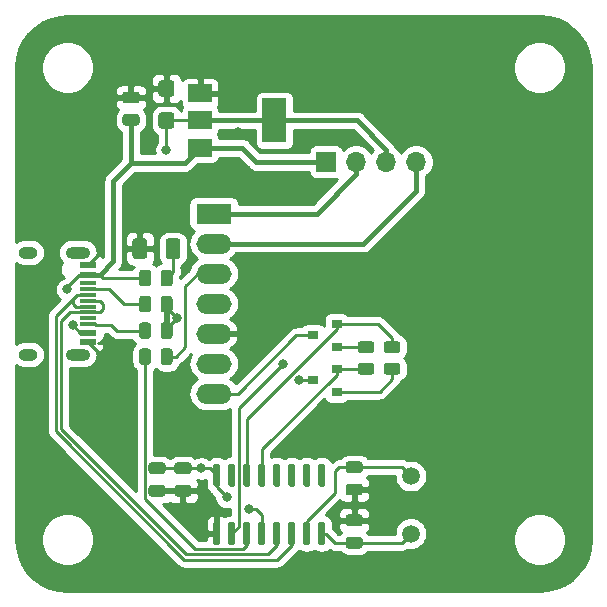
<source format=gbr>
%TF.GenerationSoftware,KiCad,Pcbnew,(5.1.9)-1*%
%TF.CreationDate,2021-09-09T22:45:53+02:00*%
%TF.ProjectId,programmer,70726f67-7261-46d6-9d65-722e6b696361,rev?*%
%TF.SameCoordinates,PX1c9c380PY4c4b400*%
%TF.FileFunction,Copper,L1,Top*%
%TF.FilePolarity,Positive*%
%FSLAX46Y46*%
G04 Gerber Fmt 4.6, Leading zero omitted, Abs format (unit mm)*
G04 Created by KiCad (PCBNEW (5.1.9)-1) date 2021-09-09 22:45:53*
%MOMM*%
%LPD*%
G01*
G04 APERTURE LIST*
%TA.AperFunction,ComponentPad*%
%ADD10O,3.000000X1.700000*%
%TD*%
%TA.AperFunction,ComponentPad*%
%ADD11R,3.000000X1.700000*%
%TD*%
%TA.AperFunction,ComponentPad*%
%ADD12O,1.700000X1.700000*%
%TD*%
%TA.AperFunction,ComponentPad*%
%ADD13R,1.700000X1.700000*%
%TD*%
%TA.AperFunction,SMDPad,CuDef*%
%ADD14R,1.450000X0.600000*%
%TD*%
%TA.AperFunction,SMDPad,CuDef*%
%ADD15R,1.450000X0.300000*%
%TD*%
%TA.AperFunction,ComponentPad*%
%ADD16O,2.100000X1.000000*%
%TD*%
%TA.AperFunction,ComponentPad*%
%ADD17O,1.600000X1.000000*%
%TD*%
%TA.AperFunction,ComponentPad*%
%ADD18C,1.500000*%
%TD*%
%TA.AperFunction,SMDPad,CuDef*%
%ADD19R,2.000000X1.500000*%
%TD*%
%TA.AperFunction,SMDPad,CuDef*%
%ADD20R,2.000000X3.800000*%
%TD*%
%TA.AperFunction,SMDPad,CuDef*%
%ADD21R,0.900000X0.800000*%
%TD*%
%TA.AperFunction,ViaPad*%
%ADD22C,0.800000*%
%TD*%
%TA.AperFunction,Conductor*%
%ADD23C,0.250000*%
%TD*%
%TA.AperFunction,Conductor*%
%ADD24C,0.400000*%
%TD*%
%TA.AperFunction,Conductor*%
%ADD25C,0.254000*%
%TD*%
%TA.AperFunction,Conductor*%
%ADD26C,0.100000*%
%TD*%
G04 APERTURE END LIST*
D10*
%TO.P,J2,7*%
%TO.N,/RST*%
X17400000Y17380000D03*
%TO.P,J2,5*%
%TO.N,GND*%
X17400000Y22460000D03*
%TO.P,J2,3*%
%TO.N,/TX*%
X17400000Y27540000D03*
D11*
%TO.P,J2,1*%
%TO.N,/5V_sel*%
X17400000Y32620000D03*
D10*
%TO.P,J2,2*%
%TO.N,/3V3_sel*%
X17400000Y30080000D03*
%TO.P,J2,4*%
%TO.N,/RX*%
X17400000Y25000000D03*
%TO.P,J2,6*%
%TO.N,/IO0*%
X17400000Y19920000D03*
%TD*%
D12*
%TO.P,J3,4*%
%TO.N,/3V3_sel*%
X34540000Y37000000D03*
%TO.P,J3,3*%
%TO.N,+3V3*%
X32000000Y37000000D03*
%TO.P,J3,2*%
%TO.N,/5V_sel*%
X29460000Y37000000D03*
D13*
%TO.P,J3,1*%
%TO.N,+5V*%
X26920000Y37000000D03*
%TD*%
%TO.P,R6,2*%
%TO.N,Net-(J1-PadB5)*%
%TA.AperFunction,SMDPad,CuDef*%
G36*
G01*
X12100000Y23150002D02*
X12100000Y22249998D01*
G75*
G02*
X11850002Y22000000I-249998J0D01*
G01*
X11324998Y22000000D01*
G75*
G02*
X11075000Y22249998I0J249998D01*
G01*
X11075000Y23150002D01*
G75*
G02*
X11324998Y23400000I249998J0D01*
G01*
X11850002Y23400000D01*
G75*
G02*
X12100000Y23150002I0J-249998D01*
G01*
G37*
%TD.AperFunction*%
%TO.P,R6,1*%
%TO.N,GND*%
%TA.AperFunction,SMDPad,CuDef*%
G36*
G01*
X13925000Y23150002D02*
X13925000Y22249998D01*
G75*
G02*
X13675002Y22000000I-249998J0D01*
G01*
X13149998Y22000000D01*
G75*
G02*
X12900000Y22249998I0J249998D01*
G01*
X12900000Y23150002D01*
G75*
G02*
X13149998Y23400000I249998J0D01*
G01*
X13675002Y23400000D01*
G75*
G02*
X13925000Y23150002I0J-249998D01*
G01*
G37*
%TD.AperFunction*%
%TD*%
%TO.P,R5,2*%
%TO.N,Net-(J1-PadA5)*%
%TA.AperFunction,SMDPad,CuDef*%
G36*
G01*
X12100000Y25400002D02*
X12100000Y24499998D01*
G75*
G02*
X11850002Y24250000I-249998J0D01*
G01*
X11324998Y24250000D01*
G75*
G02*
X11075000Y24499998I0J249998D01*
G01*
X11075000Y25400002D01*
G75*
G02*
X11324998Y25650000I249998J0D01*
G01*
X11850002Y25650000D01*
G75*
G02*
X12100000Y25400002I0J-249998D01*
G01*
G37*
%TD.AperFunction*%
%TO.P,R5,1*%
%TO.N,GND*%
%TA.AperFunction,SMDPad,CuDef*%
G36*
G01*
X13925000Y25400002D02*
X13925000Y24499998D01*
G75*
G02*
X13675002Y24250000I-249998J0D01*
G01*
X13149998Y24250000D01*
G75*
G02*
X12900000Y24499998I0J249998D01*
G01*
X12900000Y25400002D01*
G75*
G02*
X13149998Y25650000I249998J0D01*
G01*
X13675002Y25650000D01*
G75*
G02*
X13925000Y25400002I0J-249998D01*
G01*
G37*
%TD.AperFunction*%
%TD*%
D14*
%TO.P,J1,B1*%
%TO.N,GND*%
X6795000Y21750000D03*
%TO.P,J1,A9*%
%TO.N,+5V*%
X6795000Y22550000D03*
%TO.P,J1,B9*%
X6795000Y27450000D03*
%TO.P,J1,B12*%
%TO.N,GND*%
X6795000Y28250000D03*
%TO.P,J1,A1*%
X6795000Y28250000D03*
%TO.P,J1,A4*%
%TO.N,+5V*%
X6795000Y27450000D03*
%TO.P,J1,B4*%
X6795000Y22550000D03*
%TO.P,J1,A12*%
%TO.N,GND*%
X6795000Y21750000D03*
D15*
%TO.P,J1,B8*%
%TO.N,Net-(J1-PadB8)*%
X6795000Y26750000D03*
%TO.P,J1,A5*%
%TO.N,Net-(J1-PadA5)*%
X6795000Y26250000D03*
%TO.P,J1,B7*%
%TO.N,/D_N*%
X6795000Y25750000D03*
%TO.P,J1,A7*%
X6795000Y24750000D03*
%TO.P,J1,B6*%
%TO.N,/D_P*%
X6795000Y24250000D03*
%TO.P,J1,A8*%
%TO.N,Net-(J1-PadA8)*%
X6795000Y23750000D03*
%TO.P,J1,B5*%
%TO.N,Net-(J1-PadB5)*%
X6795000Y23250000D03*
%TO.P,J1,A6*%
%TO.N,/D_P*%
X6795000Y25250000D03*
D16*
%TO.P,J1,S1*%
%TO.N,Net-(J1-PadS1)*%
X5880000Y20680000D03*
X5880000Y29320000D03*
D17*
X1700000Y29320000D03*
X1700000Y20680000D03*
%TD*%
D18*
%TO.P,Y1,2*%
%TO.N,Net-(C6-Pad1)*%
X34100000Y5520000D03*
%TO.P,Y1,1*%
%TO.N,Net-(C5-Pad1)*%
X34100000Y10400000D03*
%TD*%
%TO.P,U2,16*%
%TO.N,+3V3*%
%TA.AperFunction,SMDPad,CuDef*%
G36*
G01*
X17805000Y9500000D02*
X17505000Y9500000D01*
G75*
G02*
X17355000Y9650000I0J150000D01*
G01*
X17355000Y11300000D01*
G75*
G02*
X17505000Y11450000I150000J0D01*
G01*
X17805000Y11450000D01*
G75*
G02*
X17955000Y11300000I0J-150000D01*
G01*
X17955000Y9650000D01*
G75*
G02*
X17805000Y9500000I-150000J0D01*
G01*
G37*
%TD.AperFunction*%
%TO.P,U2,15*%
%TO.N,Net-(U2-Pad15)*%
%TA.AperFunction,SMDPad,CuDef*%
G36*
G01*
X19075000Y9500000D02*
X18775000Y9500000D01*
G75*
G02*
X18625000Y9650000I0J150000D01*
G01*
X18625000Y11300000D01*
G75*
G02*
X18775000Y11450000I150000J0D01*
G01*
X19075000Y11450000D01*
G75*
G02*
X19225000Y11300000I0J-150000D01*
G01*
X19225000Y9650000D01*
G75*
G02*
X19075000Y9500000I-150000J0D01*
G01*
G37*
%TD.AperFunction*%
%TO.P,U2,14*%
%TO.N,/RTS*%
%TA.AperFunction,SMDPad,CuDef*%
G36*
G01*
X20345000Y9500000D02*
X20045000Y9500000D01*
G75*
G02*
X19895000Y9650000I0J150000D01*
G01*
X19895000Y11300000D01*
G75*
G02*
X20045000Y11450000I150000J0D01*
G01*
X20345000Y11450000D01*
G75*
G02*
X20495000Y11300000I0J-150000D01*
G01*
X20495000Y9650000D01*
G75*
G02*
X20345000Y9500000I-150000J0D01*
G01*
G37*
%TD.AperFunction*%
%TO.P,U2,13*%
%TO.N,/DTR*%
%TA.AperFunction,SMDPad,CuDef*%
G36*
G01*
X21615000Y9500000D02*
X21315000Y9500000D01*
G75*
G02*
X21165000Y9650000I0J150000D01*
G01*
X21165000Y11300000D01*
G75*
G02*
X21315000Y11450000I150000J0D01*
G01*
X21615000Y11450000D01*
G75*
G02*
X21765000Y11300000I0J-150000D01*
G01*
X21765000Y9650000D01*
G75*
G02*
X21615000Y9500000I-150000J0D01*
G01*
G37*
%TD.AperFunction*%
%TO.P,U2,12*%
%TO.N,Net-(U2-Pad12)*%
%TA.AperFunction,SMDPad,CuDef*%
G36*
G01*
X22885000Y9500000D02*
X22585000Y9500000D01*
G75*
G02*
X22435000Y9650000I0J150000D01*
G01*
X22435000Y11300000D01*
G75*
G02*
X22585000Y11450000I150000J0D01*
G01*
X22885000Y11450000D01*
G75*
G02*
X23035000Y11300000I0J-150000D01*
G01*
X23035000Y9650000D01*
G75*
G02*
X22885000Y9500000I-150000J0D01*
G01*
G37*
%TD.AperFunction*%
%TO.P,U2,11*%
%TO.N,Net-(U2-Pad11)*%
%TA.AperFunction,SMDPad,CuDef*%
G36*
G01*
X24155000Y9500000D02*
X23855000Y9500000D01*
G75*
G02*
X23705000Y9650000I0J150000D01*
G01*
X23705000Y11300000D01*
G75*
G02*
X23855000Y11450000I150000J0D01*
G01*
X24155000Y11450000D01*
G75*
G02*
X24305000Y11300000I0J-150000D01*
G01*
X24305000Y9650000D01*
G75*
G02*
X24155000Y9500000I-150000J0D01*
G01*
G37*
%TD.AperFunction*%
%TO.P,U2,10*%
%TO.N,Net-(U2-Pad10)*%
%TA.AperFunction,SMDPad,CuDef*%
G36*
G01*
X25425000Y9500000D02*
X25125000Y9500000D01*
G75*
G02*
X24975000Y9650000I0J150000D01*
G01*
X24975000Y11300000D01*
G75*
G02*
X25125000Y11450000I150000J0D01*
G01*
X25425000Y11450000D01*
G75*
G02*
X25575000Y11300000I0J-150000D01*
G01*
X25575000Y9650000D01*
G75*
G02*
X25425000Y9500000I-150000J0D01*
G01*
G37*
%TD.AperFunction*%
%TO.P,U2,9*%
%TO.N,Net-(U2-Pad9)*%
%TA.AperFunction,SMDPad,CuDef*%
G36*
G01*
X26695000Y9500000D02*
X26395000Y9500000D01*
G75*
G02*
X26245000Y9650000I0J150000D01*
G01*
X26245000Y11300000D01*
G75*
G02*
X26395000Y11450000I150000J0D01*
G01*
X26695000Y11450000D01*
G75*
G02*
X26845000Y11300000I0J-150000D01*
G01*
X26845000Y9650000D01*
G75*
G02*
X26695000Y9500000I-150000J0D01*
G01*
G37*
%TD.AperFunction*%
%TO.P,U2,8*%
%TO.N,Net-(C6-Pad1)*%
%TA.AperFunction,SMDPad,CuDef*%
G36*
G01*
X26695000Y4550000D02*
X26395000Y4550000D01*
G75*
G02*
X26245000Y4700000I0J150000D01*
G01*
X26245000Y6350000D01*
G75*
G02*
X26395000Y6500000I150000J0D01*
G01*
X26695000Y6500000D01*
G75*
G02*
X26845000Y6350000I0J-150000D01*
G01*
X26845000Y4700000D01*
G75*
G02*
X26695000Y4550000I-150000J0D01*
G01*
G37*
%TD.AperFunction*%
%TO.P,U2,7*%
%TO.N,Net-(C5-Pad1)*%
%TA.AperFunction,SMDPad,CuDef*%
G36*
G01*
X25425000Y4550000D02*
X25125000Y4550000D01*
G75*
G02*
X24975000Y4700000I0J150000D01*
G01*
X24975000Y6350000D01*
G75*
G02*
X25125000Y6500000I150000J0D01*
G01*
X25425000Y6500000D01*
G75*
G02*
X25575000Y6350000I0J-150000D01*
G01*
X25575000Y4700000D01*
G75*
G02*
X25425000Y4550000I-150000J0D01*
G01*
G37*
%TD.AperFunction*%
%TO.P,U2,6*%
%TO.N,/D_N*%
%TA.AperFunction,SMDPad,CuDef*%
G36*
G01*
X24155000Y4550000D02*
X23855000Y4550000D01*
G75*
G02*
X23705000Y4700000I0J150000D01*
G01*
X23705000Y6350000D01*
G75*
G02*
X23855000Y6500000I150000J0D01*
G01*
X24155000Y6500000D01*
G75*
G02*
X24305000Y6350000I0J-150000D01*
G01*
X24305000Y4700000D01*
G75*
G02*
X24155000Y4550000I-150000J0D01*
G01*
G37*
%TD.AperFunction*%
%TO.P,U2,5*%
%TO.N,/D_P*%
%TA.AperFunction,SMDPad,CuDef*%
G36*
G01*
X22885000Y4550000D02*
X22585000Y4550000D01*
G75*
G02*
X22435000Y4700000I0J150000D01*
G01*
X22435000Y6350000D01*
G75*
G02*
X22585000Y6500000I150000J0D01*
G01*
X22885000Y6500000D01*
G75*
G02*
X23035000Y6350000I0J-150000D01*
G01*
X23035000Y4700000D01*
G75*
G02*
X22885000Y4550000I-150000J0D01*
G01*
G37*
%TD.AperFunction*%
%TO.P,U2,4*%
%TO.N,+3V3*%
%TA.AperFunction,SMDPad,CuDef*%
G36*
G01*
X21615000Y4550000D02*
X21315000Y4550000D01*
G75*
G02*
X21165000Y4700000I0J150000D01*
G01*
X21165000Y6350000D01*
G75*
G02*
X21315000Y6500000I150000J0D01*
G01*
X21615000Y6500000D01*
G75*
G02*
X21765000Y6350000I0J-150000D01*
G01*
X21765000Y4700000D01*
G75*
G02*
X21615000Y4550000I-150000J0D01*
G01*
G37*
%TD.AperFunction*%
%TO.P,U2,3*%
%TO.N,Net-(R2-Pad2)*%
%TA.AperFunction,SMDPad,CuDef*%
G36*
G01*
X20345000Y4550000D02*
X20045000Y4550000D01*
G75*
G02*
X19895000Y4700000I0J150000D01*
G01*
X19895000Y6350000D01*
G75*
G02*
X20045000Y6500000I150000J0D01*
G01*
X20345000Y6500000D01*
G75*
G02*
X20495000Y6350000I0J-150000D01*
G01*
X20495000Y4700000D01*
G75*
G02*
X20345000Y4550000I-150000J0D01*
G01*
G37*
%TD.AperFunction*%
%TO.P,U2,2*%
%TO.N,/RX*%
%TA.AperFunction,SMDPad,CuDef*%
G36*
G01*
X19075000Y4550000D02*
X18775000Y4550000D01*
G75*
G02*
X18625000Y4700000I0J150000D01*
G01*
X18625000Y6350000D01*
G75*
G02*
X18775000Y6500000I150000J0D01*
G01*
X19075000Y6500000D01*
G75*
G02*
X19225000Y6350000I0J-150000D01*
G01*
X19225000Y4700000D01*
G75*
G02*
X19075000Y4550000I-150000J0D01*
G01*
G37*
%TD.AperFunction*%
%TO.P,U2,1*%
%TO.N,GND*%
%TA.AperFunction,SMDPad,CuDef*%
G36*
G01*
X17805000Y4550000D02*
X17505000Y4550000D01*
G75*
G02*
X17355000Y4700000I0J150000D01*
G01*
X17355000Y6350000D01*
G75*
G02*
X17505000Y6500000I150000J0D01*
G01*
X17805000Y6500000D01*
G75*
G02*
X17955000Y6350000I0J-150000D01*
G01*
X17955000Y4700000D01*
G75*
G02*
X17805000Y4550000I-150000J0D01*
G01*
G37*
%TD.AperFunction*%
%TD*%
D19*
%TO.P,U1,1*%
%TO.N,GND*%
X16250000Y42800000D03*
%TO.P,U1,3*%
%TO.N,+5V*%
X16250000Y38200000D03*
%TO.P,U1,2*%
%TO.N,+3V3*%
X16250000Y40500000D03*
D20*
X22550000Y40500000D03*
%TD*%
%TO.P,R4,1*%
%TO.N,Net-(Q2-Pad1)*%
%TA.AperFunction,SMDPad,CuDef*%
G36*
G01*
X32950002Y18975000D02*
X32049998Y18975000D01*
G75*
G02*
X31800000Y19224998I0J249998D01*
G01*
X31800000Y19750002D01*
G75*
G02*
X32049998Y20000000I249998J0D01*
G01*
X32950002Y20000000D01*
G75*
G02*
X33200000Y19750002I0J-249998D01*
G01*
X33200000Y19224998D01*
G75*
G02*
X32950002Y18975000I-249998J0D01*
G01*
G37*
%TD.AperFunction*%
%TO.P,R4,2*%
%TO.N,/RTS*%
%TA.AperFunction,SMDPad,CuDef*%
G36*
G01*
X32950002Y20800000D02*
X32049998Y20800000D01*
G75*
G02*
X31800000Y21049998I0J249998D01*
G01*
X31800000Y21575002D01*
G75*
G02*
X32049998Y21825000I249998J0D01*
G01*
X32950002Y21825000D01*
G75*
G02*
X33200000Y21575002I0J-249998D01*
G01*
X33200000Y21049998D01*
G75*
G02*
X32950002Y20800000I-249998J0D01*
G01*
G37*
%TD.AperFunction*%
%TD*%
%TO.P,R3,1*%
%TO.N,Net-(Q1-Pad1)*%
%TA.AperFunction,SMDPad,CuDef*%
G36*
G01*
X29849998Y21825000D02*
X30750002Y21825000D01*
G75*
G02*
X31000000Y21575002I0J-249998D01*
G01*
X31000000Y21049998D01*
G75*
G02*
X30750002Y20800000I-249998J0D01*
G01*
X29849998Y20800000D01*
G75*
G02*
X29600000Y21049998I0J249998D01*
G01*
X29600000Y21575002D01*
G75*
G02*
X29849998Y21825000I249998J0D01*
G01*
G37*
%TD.AperFunction*%
%TO.P,R3,2*%
%TO.N,/DTR*%
%TA.AperFunction,SMDPad,CuDef*%
G36*
G01*
X29849998Y20000000D02*
X30750002Y20000000D01*
G75*
G02*
X31000000Y19750002I0J-249998D01*
G01*
X31000000Y19224998D01*
G75*
G02*
X30750002Y18975000I-249998J0D01*
G01*
X29849998Y18975000D01*
G75*
G02*
X29600000Y19224998I0J249998D01*
G01*
X29600000Y19750002D01*
G75*
G02*
X29849998Y20000000I249998J0D01*
G01*
G37*
%TD.AperFunction*%
%TD*%
%TO.P,R2,2*%
%TO.N,Net-(R2-Pad2)*%
%TA.AperFunction,SMDPad,CuDef*%
G36*
G01*
X12100000Y20950002D02*
X12100000Y20049998D01*
G75*
G02*
X11850002Y19800000I-249998J0D01*
G01*
X11324998Y19800000D01*
G75*
G02*
X11075000Y20049998I0J249998D01*
G01*
X11075000Y20950002D01*
G75*
G02*
X11324998Y21200000I249998J0D01*
G01*
X11850002Y21200000D01*
G75*
G02*
X12100000Y20950002I0J-249998D01*
G01*
G37*
%TD.AperFunction*%
%TO.P,R2,1*%
%TO.N,/TX*%
%TA.AperFunction,SMDPad,CuDef*%
G36*
G01*
X13925000Y20950002D02*
X13925000Y20049998D01*
G75*
G02*
X13675002Y19800000I-249998J0D01*
G01*
X13149998Y19800000D01*
G75*
G02*
X12900000Y20049998I0J249998D01*
G01*
X12900000Y20950002D01*
G75*
G02*
X13149998Y21200000I249998J0D01*
G01*
X13675002Y21200000D01*
G75*
G02*
X13925000Y20950002I0J-249998D01*
G01*
G37*
%TD.AperFunction*%
%TD*%
%TO.P,R1,2*%
%TO.N,+5V*%
%TA.AperFunction,SMDPad,CuDef*%
G36*
G01*
X12100000Y27600002D02*
X12100000Y26699998D01*
G75*
G02*
X11850002Y26450000I-249998J0D01*
G01*
X11324998Y26450000D01*
G75*
G02*
X11075000Y26699998I0J249998D01*
G01*
X11075000Y27600002D01*
G75*
G02*
X11324998Y27850000I249998J0D01*
G01*
X11850002Y27850000D01*
G75*
G02*
X12100000Y27600002I0J-249998D01*
G01*
G37*
%TD.AperFunction*%
%TO.P,R1,1*%
%TO.N,Net-(D1-Pad2)*%
%TA.AperFunction,SMDPad,CuDef*%
G36*
G01*
X13925000Y27600002D02*
X13925000Y26699998D01*
G75*
G02*
X13675002Y26450000I-249998J0D01*
G01*
X13149998Y26450000D01*
G75*
G02*
X12900000Y26699998I0J249998D01*
G01*
X12900000Y27600002D01*
G75*
G02*
X13149998Y27850000I249998J0D01*
G01*
X13675002Y27850000D01*
G75*
G02*
X13925000Y27600002I0J-249998D01*
G01*
G37*
%TD.AperFunction*%
%TD*%
D21*
%TO.P,Q2,1*%
%TO.N,Net-(Q2-Pad1)*%
X27800000Y17550000D03*
%TO.P,Q2,2*%
%TO.N,/DTR*%
X27800000Y19450000D03*
%TO.P,Q2,3*%
%TO.N,/IO0*%
X25800000Y18500000D03*
%TD*%
%TO.P,Q1,1*%
%TO.N,Net-(Q1-Pad1)*%
X27800000Y21350000D03*
%TO.P,Q1,2*%
%TO.N,/RTS*%
X27800000Y23250000D03*
%TO.P,Q1,3*%
%TO.N,/RST*%
X25800000Y22300000D03*
%TD*%
%TO.P,D1,2*%
%TO.N,Net-(D1-Pad2)*%
%TA.AperFunction,SMDPad,CuDef*%
G36*
G01*
X13325000Y29025000D02*
X13325000Y30275000D01*
G75*
G02*
X13575000Y30525000I250000J0D01*
G01*
X14325000Y30525000D01*
G75*
G02*
X14575000Y30275000I0J-250000D01*
G01*
X14575000Y29025000D01*
G75*
G02*
X14325000Y28775000I-250000J0D01*
G01*
X13575000Y28775000D01*
G75*
G02*
X13325000Y29025000I0J250000D01*
G01*
G37*
%TD.AperFunction*%
%TO.P,D1,1*%
%TO.N,GND*%
%TA.AperFunction,SMDPad,CuDef*%
G36*
G01*
X10525000Y29025000D02*
X10525000Y30275000D01*
G75*
G02*
X10775000Y30525000I250000J0D01*
G01*
X11525000Y30525000D01*
G75*
G02*
X11775000Y30275000I0J-250000D01*
G01*
X11775000Y29025000D01*
G75*
G02*
X11525000Y28775000I-250000J0D01*
G01*
X10775000Y28775000D01*
G75*
G02*
X10525000Y29025000I0J250000D01*
G01*
G37*
%TD.AperFunction*%
%TD*%
%TO.P,C6,2*%
%TO.N,GND*%
%TA.AperFunction,SMDPad,CuDef*%
G36*
G01*
X29775000Y6150000D02*
X28825000Y6150000D01*
G75*
G02*
X28575000Y6400000I0J250000D01*
G01*
X28575000Y6900000D01*
G75*
G02*
X28825000Y7150000I250000J0D01*
G01*
X29775000Y7150000D01*
G75*
G02*
X30025000Y6900000I0J-250000D01*
G01*
X30025000Y6400000D01*
G75*
G02*
X29775000Y6150000I-250000J0D01*
G01*
G37*
%TD.AperFunction*%
%TO.P,C6,1*%
%TO.N,Net-(C6-Pad1)*%
%TA.AperFunction,SMDPad,CuDef*%
G36*
G01*
X29775000Y4250000D02*
X28825000Y4250000D01*
G75*
G02*
X28575000Y4500000I0J250000D01*
G01*
X28575000Y5000000D01*
G75*
G02*
X28825000Y5250000I250000J0D01*
G01*
X29775000Y5250000D01*
G75*
G02*
X30025000Y5000000I0J-250000D01*
G01*
X30025000Y4500000D01*
G75*
G02*
X29775000Y4250000I-250000J0D01*
G01*
G37*
%TD.AperFunction*%
%TD*%
%TO.P,C5,2*%
%TO.N,GND*%
%TA.AperFunction,SMDPad,CuDef*%
G36*
G01*
X28825000Y9750000D02*
X29775000Y9750000D01*
G75*
G02*
X30025000Y9500000I0J-250000D01*
G01*
X30025000Y9000000D01*
G75*
G02*
X29775000Y8750000I-250000J0D01*
G01*
X28825000Y8750000D01*
G75*
G02*
X28575000Y9000000I0J250000D01*
G01*
X28575000Y9500000D01*
G75*
G02*
X28825000Y9750000I250000J0D01*
G01*
G37*
%TD.AperFunction*%
%TO.P,C5,1*%
%TO.N,Net-(C5-Pad1)*%
%TA.AperFunction,SMDPad,CuDef*%
G36*
G01*
X28825000Y11650000D02*
X29775000Y11650000D01*
G75*
G02*
X30025000Y11400000I0J-250000D01*
G01*
X30025000Y10900000D01*
G75*
G02*
X29775000Y10650000I-250000J0D01*
G01*
X28825000Y10650000D01*
G75*
G02*
X28575000Y10900000I0J250000D01*
G01*
X28575000Y11400000D01*
G75*
G02*
X28825000Y11650000I250000J0D01*
G01*
G37*
%TD.AperFunction*%
%TD*%
%TO.P,C4,2*%
%TO.N,GND*%
%TA.AperFunction,SMDPad,CuDef*%
G36*
G01*
X12125000Y9650000D02*
X13075000Y9650000D01*
G75*
G02*
X13325000Y9400000I0J-250000D01*
G01*
X13325000Y8900000D01*
G75*
G02*
X13075000Y8650000I-250000J0D01*
G01*
X12125000Y8650000D01*
G75*
G02*
X11875000Y8900000I0J250000D01*
G01*
X11875000Y9400000D01*
G75*
G02*
X12125000Y9650000I250000J0D01*
G01*
G37*
%TD.AperFunction*%
%TO.P,C4,1*%
%TO.N,+3V3*%
%TA.AperFunction,SMDPad,CuDef*%
G36*
G01*
X12125000Y11550000D02*
X13075000Y11550000D01*
G75*
G02*
X13325000Y11300000I0J-250000D01*
G01*
X13325000Y10800000D01*
G75*
G02*
X13075000Y10550000I-250000J0D01*
G01*
X12125000Y10550000D01*
G75*
G02*
X11875000Y10800000I0J250000D01*
G01*
X11875000Y11300000D01*
G75*
G02*
X12125000Y11550000I250000J0D01*
G01*
G37*
%TD.AperFunction*%
%TD*%
%TO.P,C3,2*%
%TO.N,GND*%
%TA.AperFunction,SMDPad,CuDef*%
G36*
G01*
X14325000Y9650000D02*
X15275000Y9650000D01*
G75*
G02*
X15525000Y9400000I0J-250000D01*
G01*
X15525000Y8900000D01*
G75*
G02*
X15275000Y8650000I-250000J0D01*
G01*
X14325000Y8650000D01*
G75*
G02*
X14075000Y8900000I0J250000D01*
G01*
X14075000Y9400000D01*
G75*
G02*
X14325000Y9650000I250000J0D01*
G01*
G37*
%TD.AperFunction*%
%TO.P,C3,1*%
%TO.N,+3V3*%
%TA.AperFunction,SMDPad,CuDef*%
G36*
G01*
X14325000Y11550000D02*
X15275000Y11550000D01*
G75*
G02*
X15525000Y11300000I0J-250000D01*
G01*
X15525000Y10800000D01*
G75*
G02*
X15275000Y10550000I-250000J0D01*
G01*
X14325000Y10550000D01*
G75*
G02*
X14075000Y10800000I0J250000D01*
G01*
X14075000Y11300000D01*
G75*
G02*
X14325000Y11550000I250000J0D01*
G01*
G37*
%TD.AperFunction*%
%TD*%
%TO.P,C2,2*%
%TO.N,GND*%
%TA.AperFunction,SMDPad,CuDef*%
G36*
G01*
X13825001Y42500000D02*
X12974999Y42500000D01*
G75*
G02*
X12725000Y42749999I0J249999D01*
G01*
X12725000Y43650001D01*
G75*
G02*
X12974999Y43900000I249999J0D01*
G01*
X13825001Y43900000D01*
G75*
G02*
X14075000Y43650001I0J-249999D01*
G01*
X14075000Y42749999D01*
G75*
G02*
X13825001Y42500000I-249999J0D01*
G01*
G37*
%TD.AperFunction*%
%TO.P,C2,1*%
%TO.N,+3V3*%
%TA.AperFunction,SMDPad,CuDef*%
G36*
G01*
X13825001Y39800000D02*
X12974999Y39800000D01*
G75*
G02*
X12725000Y40049999I0J249999D01*
G01*
X12725000Y40950001D01*
G75*
G02*
X12974999Y41200000I249999J0D01*
G01*
X13825001Y41200000D01*
G75*
G02*
X14075000Y40950001I0J-249999D01*
G01*
X14075000Y40049999D01*
G75*
G02*
X13825001Y39800000I-249999J0D01*
G01*
G37*
%TD.AperFunction*%
%TD*%
%TO.P,C1,2*%
%TO.N,GND*%
%TA.AperFunction,SMDPad,CuDef*%
G36*
G01*
X10875000Y41950000D02*
X9925000Y41950000D01*
G75*
G02*
X9675000Y42200000I0J250000D01*
G01*
X9675000Y42700000D01*
G75*
G02*
X9925000Y42950000I250000J0D01*
G01*
X10875000Y42950000D01*
G75*
G02*
X11125000Y42700000I0J-250000D01*
G01*
X11125000Y42200000D01*
G75*
G02*
X10875000Y41950000I-250000J0D01*
G01*
G37*
%TD.AperFunction*%
%TO.P,C1,1*%
%TO.N,+5V*%
%TA.AperFunction,SMDPad,CuDef*%
G36*
G01*
X10875000Y40050000D02*
X9925000Y40050000D01*
G75*
G02*
X9675000Y40300000I0J250000D01*
G01*
X9675000Y40800000D01*
G75*
G02*
X9925000Y41050000I250000J0D01*
G01*
X10875000Y41050000D01*
G75*
G02*
X11125000Y40800000I0J-250000D01*
G01*
X11125000Y40300000D01*
G75*
G02*
X10875000Y40050000I-250000J0D01*
G01*
G37*
%TD.AperFunction*%
%TD*%
D22*
%TO.N,GND*%
X7700000Y31000000D03*
X8300000Y18900000D03*
X10500000Y32000000D03*
X16000000Y36000000D03*
X8000000Y37000000D03*
X19500000Y39500000D03*
X11800000Y39300000D03*
X22000000Y21500000D03*
X23200000Y12600000D03*
X26800000Y16100000D03*
X27700000Y7200000D03*
X15500000Y7000000D03*
X16400000Y9500000D03*
X34200000Y8000000D03*
X24700000Y3400000D03*
X34200000Y3300000D03*
X18400000Y12500000D03*
X1700000Y22800000D03*
X1700000Y27300000D03*
X3000000Y32000000D03*
X20600000Y36000000D03*
X14275000Y23800000D03*
X28900000Y39200000D03*
X24900000Y39200000D03*
X19500000Y42400000D03*
X24900000Y42400000D03*
X33300000Y39200000D03*
X33000000Y47000000D03*
X38000000Y42000000D03*
X43000000Y37000000D03*
X48000000Y42000000D03*
X38000000Y32000000D03*
X43000000Y27000000D03*
X48000000Y32000000D03*
X38000000Y22000000D03*
X38000000Y12000000D03*
X38000000Y2000000D03*
X43000000Y17000000D03*
X43000000Y7000000D03*
X48000000Y12000000D03*
X48000000Y22000000D03*
X33000000Y27000000D03*
X23000000Y27000000D03*
X33000000Y17000000D03*
X23000000Y47000000D03*
X13000000Y47000000D03*
X8000000Y42000000D03*
X3000000Y37000000D03*
X13000000Y13000000D03*
X10000000Y11000000D03*
X2000000Y14000000D03*
X10000000Y3000000D03*
X28000000Y46000000D03*
X15000000Y28000000D03*
%TO.N,+5V*%
X5469998Y23200000D03*
X5000000Y26200000D03*
%TO.N,+3V3*%
X18500000Y8600000D03*
X20400000Y7600000D03*
X13400000Y38000000D03*
X16350000Y11050000D03*
%TO.N,/IO0*%
X24600000Y18500000D03*
%TO.N,/RX*%
X23300000Y19900000D03*
%TD*%
D23*
%TO.N,GND*%
X7700000Y29155000D02*
X7700000Y30800000D01*
X6795000Y28250000D02*
X7700000Y29155000D01*
X8300000Y20245000D02*
X8300000Y18900000D01*
X6795000Y21750000D02*
X8300000Y20245000D01*
X13412500Y22937500D02*
X14275000Y23800000D01*
X13412500Y22700000D02*
X13412500Y22937500D01*
X13412500Y24662500D02*
X14275000Y23800000D01*
X13412500Y24950000D02*
X13412500Y24662500D01*
%TO.N,+5V*%
X6119998Y22550000D02*
X5469998Y23200000D01*
X6795000Y22550000D02*
X6119998Y22550000D01*
X6034998Y27450000D02*
X6795000Y27450000D01*
X5000000Y26415002D02*
X6034998Y27450000D01*
X5000000Y26200000D02*
X5000000Y26415002D01*
D24*
X7770000Y27450000D02*
X8900000Y28580000D01*
X6795000Y27450000D02*
X7770000Y27450000D01*
X8900000Y28580000D02*
X8900000Y35400000D01*
X10400000Y40550000D02*
X10400000Y36900000D01*
X8900000Y35400000D02*
X10400000Y36900000D01*
X16250000Y38200000D02*
X19800000Y38200000D01*
X21000000Y37000000D02*
X26920000Y37000000D01*
X19800000Y38200000D02*
X21000000Y37000000D01*
D23*
X6795000Y27450000D02*
X7750000Y27450000D01*
X8050000Y27150000D02*
X11587500Y27150000D01*
X7750000Y27450000D02*
X8050000Y27150000D01*
D24*
X14950000Y36900000D02*
X16250000Y38200000D01*
X10400000Y36900000D02*
X14950000Y36900000D01*
D23*
%TO.N,+3V3*%
X13400000Y40500000D02*
X16250000Y40500000D01*
D24*
X16250000Y40500000D02*
X22550000Y40500000D01*
X22550000Y40500000D02*
X29500000Y40500000D01*
X32000000Y38000000D02*
X32000000Y37000000D01*
X29500000Y40500000D02*
X32000000Y38000000D01*
D23*
X12600000Y11050000D02*
X14800000Y11050000D01*
X17080000Y11050000D02*
X17655000Y10475000D01*
X17655000Y9445000D02*
X18500000Y8600000D01*
X17655000Y10475000D02*
X17655000Y9445000D01*
X20400000Y7600000D02*
X21000000Y7600000D01*
X21465000Y7135000D02*
X21465000Y5525000D01*
X21000000Y7600000D02*
X21465000Y7135000D01*
X13400000Y40500000D02*
X13400000Y38000000D01*
X16350000Y11050000D02*
X17080000Y11050000D01*
X14800000Y11050000D02*
X16350000Y11050000D01*
%TO.N,Net-(C5-Pad1)*%
X25275000Y5525000D02*
X25275000Y6575000D01*
X25275000Y6575000D02*
X27700000Y9000000D01*
X27700000Y9000000D02*
X27700000Y10800000D01*
X28050000Y11150000D02*
X29300000Y11150000D01*
X27700000Y10800000D02*
X28050000Y11150000D01*
X33350001Y11149999D02*
X34100000Y10400000D01*
X29300000Y11150000D02*
X33350001Y11149999D01*
%TO.N,Net-(C6-Pad1)*%
X26545000Y5525000D02*
X26875000Y5525000D01*
X27650000Y4750000D02*
X29300000Y4750000D01*
X26875000Y5525000D02*
X27650000Y4750000D01*
X33330000Y4750000D02*
X34100000Y5520000D01*
X29300000Y4750000D02*
X33330000Y4750000D01*
%TO.N,Net-(D1-Pad2)*%
X13950000Y27687500D02*
X13412500Y27150000D01*
X13950000Y29650000D02*
X13950000Y27687500D01*
%TO.N,/D_P*%
X6795000Y25250000D02*
X7750000Y25250000D01*
X7755002Y24250000D02*
X8050000Y24544998D01*
X6795000Y24250000D02*
X7755002Y24250000D01*
X8050000Y24544998D02*
X8050000Y24950000D01*
X7750000Y25250000D02*
X8050000Y24950000D01*
X22735000Y4550000D02*
X22735000Y5525000D01*
X21959980Y3774980D02*
X22735000Y4550000D01*
X15086830Y3774980D02*
X21959980Y3774980D01*
X4504990Y14356820D02*
X15086830Y3774980D01*
X4504990Y23504990D02*
X4504990Y14356820D01*
X5250000Y24250000D02*
X4504990Y23504990D01*
X6795000Y24250000D02*
X5250000Y24250000D01*
%TO.N,/D_N*%
X6795000Y24750000D02*
X5750000Y24750000D01*
X5750000Y24750000D02*
X5500000Y25000000D01*
X5834998Y25750000D02*
X6795000Y25750000D01*
X5500000Y25415002D02*
X5834998Y25750000D01*
X5500000Y25000000D02*
X5500000Y25415002D01*
X24005000Y4550000D02*
X24005000Y5525000D01*
X14900430Y3324970D02*
X22779970Y3324970D01*
X4054980Y14170420D02*
X14900430Y3324970D01*
X4054980Y23969982D02*
X4054980Y14170420D01*
X22779970Y3324970D02*
X24005000Y4550000D01*
X5500000Y25415002D02*
X4054980Y23969982D01*
%TO.N,/RST*%
X24400000Y22300000D02*
X25800000Y22300000D01*
X19480000Y17380000D02*
X24400000Y22300000D01*
X17400000Y17380000D02*
X19480000Y17380000D01*
%TO.N,/IO0*%
X25800000Y18500000D02*
X24600000Y18500000D01*
%TO.N,/RX*%
X19550010Y16150010D02*
X23300000Y19900000D01*
X19550010Y6150010D02*
X19550010Y16150010D01*
X18925000Y5525000D02*
X19550010Y6150010D01*
%TO.N,/TX*%
X13412500Y20500000D02*
X14200000Y20500000D01*
X14200000Y20500000D02*
X15000000Y21300000D01*
X15000000Y21300000D02*
X15000000Y26500000D01*
X16040000Y27540000D02*
X17400000Y27540000D01*
X15000000Y26500000D02*
X16040000Y27540000D01*
%TO.N,/RTS*%
X27800000Y23250000D02*
X31350000Y23250000D01*
X32500000Y22100000D02*
X32500000Y21312500D01*
X31350000Y23250000D02*
X32500000Y22100000D01*
X27800000Y22864998D02*
X27800000Y23250000D01*
X20195000Y15259998D02*
X27800000Y22864998D01*
X20195000Y10475000D02*
X20195000Y15259998D01*
%TO.N,Net-(Q1-Pad1)*%
X30262500Y21350000D02*
X30300000Y21312500D01*
X27800000Y21350000D02*
X30262500Y21350000D01*
%TO.N,/DTR*%
X30262500Y19450000D02*
X30300000Y19487500D01*
X27800000Y19450000D02*
X30262500Y19450000D01*
X27800000Y18985002D02*
X27800000Y19450000D01*
X21465000Y12650002D02*
X27800000Y18985002D01*
X21465000Y10475000D02*
X21465000Y12650002D01*
%TO.N,Net-(Q2-Pad1)*%
X31450000Y17550000D02*
X32500000Y18600000D01*
X27800000Y17550000D02*
X31450000Y17550000D01*
X32500000Y19487500D02*
X32500000Y18600000D01*
%TO.N,Net-(R2-Pad2)*%
X20195000Y4550000D02*
X20195000Y5525000D01*
X19869990Y4224990D02*
X20195000Y4550000D01*
X11549990Y8477008D02*
X15802008Y4224990D01*
X15802008Y4224990D02*
X19869990Y4224990D01*
X11549990Y20462490D02*
X11549990Y8477008D01*
X11587500Y20500000D02*
X11549990Y20462490D01*
%TO.N,Net-(J1-PadA5)*%
X6795000Y26250000D02*
X8550000Y26250000D01*
X9850000Y24950000D02*
X11587500Y24950000D01*
X8550000Y26250000D02*
X9850000Y24950000D01*
%TO.N,Net-(J1-PadB5)*%
X7424999Y23175001D02*
X8724999Y23175001D01*
X7350000Y23250000D02*
X7424999Y23175001D01*
X6795000Y23250000D02*
X7350000Y23250000D01*
X9200000Y22700000D02*
X11587500Y22700000D01*
X8724999Y23175001D02*
X9200000Y22700000D01*
D24*
%TO.N,/5V_sel*%
X29460000Y35960000D02*
X29460000Y37000000D01*
X26120000Y32620000D02*
X29460000Y35960000D01*
X17400000Y32620000D02*
X26120000Y32620000D01*
%TO.N,/3V3_sel*%
X34540000Y34540000D02*
X34540000Y37000000D01*
X30080000Y30080000D02*
X34540000Y34540000D01*
X17400000Y30080000D02*
X30080000Y30080000D01*
%TD*%
D25*
%TO.N,GND*%
X45768083Y49268827D02*
X46511891Y49065344D01*
X47207905Y48733362D01*
X47834130Y48283374D01*
X48370777Y47729597D01*
X48800871Y47089549D01*
X49110829Y46383447D01*
X49292065Y45628543D01*
X49340000Y44975793D01*
X49340001Y5029403D01*
X49268827Y4231917D01*
X49065344Y3488110D01*
X48733363Y2792096D01*
X48283374Y2165870D01*
X47729597Y1629223D01*
X47089549Y1199129D01*
X46383447Y889171D01*
X45628543Y707935D01*
X44975793Y660000D01*
X5029392Y660000D01*
X4231917Y731173D01*
X3488110Y934656D01*
X2792096Y1266637D01*
X2165870Y1716626D01*
X1629223Y2270403D01*
X1199129Y2910451D01*
X889171Y3616553D01*
X707935Y4371457D01*
X660000Y5024207D01*
X660000Y5220128D01*
X2765000Y5220128D01*
X2765000Y4779872D01*
X2850890Y4348075D01*
X3019369Y3941331D01*
X3263962Y3575271D01*
X3575271Y3263962D01*
X3941331Y3019369D01*
X4348075Y2850890D01*
X4779872Y2765000D01*
X5220128Y2765000D01*
X5651925Y2850890D01*
X6058669Y3019369D01*
X6424729Y3263962D01*
X6736038Y3575271D01*
X6980631Y3941331D01*
X7149110Y4348075D01*
X7235000Y4779872D01*
X7235000Y5220128D01*
X7149110Y5651925D01*
X6980631Y6058669D01*
X6736038Y6424729D01*
X6424729Y6736038D01*
X6058669Y6980631D01*
X5651925Y7149110D01*
X5220128Y7235000D01*
X4779872Y7235000D01*
X4348075Y7149110D01*
X3941331Y6980631D01*
X3575271Y6736038D01*
X3263962Y6424729D01*
X3019369Y6058669D01*
X2850890Y5651925D01*
X2765000Y5220128D01*
X660000Y5220128D01*
X660000Y19819018D01*
X766377Y19731716D01*
X963553Y19626324D01*
X1177501Y19561423D01*
X1344248Y19545000D01*
X2055752Y19545000D01*
X2222499Y19561423D01*
X2436447Y19626324D01*
X2633623Y19731716D01*
X2806449Y19873551D01*
X2948284Y20046377D01*
X3053676Y20243553D01*
X3118577Y20457501D01*
X3140491Y20680000D01*
X3118577Y20902499D01*
X3053676Y21116447D01*
X2948284Y21313623D01*
X2806449Y21486449D01*
X2633623Y21628284D01*
X2436447Y21733676D01*
X2222499Y21798577D01*
X2055752Y21815000D01*
X1344248Y21815000D01*
X1177501Y21798577D01*
X963553Y21733676D01*
X766377Y21628284D01*
X660000Y21540982D01*
X660000Y23969982D01*
X3291304Y23969982D01*
X3294980Y23932660D01*
X3294981Y14207752D01*
X3291304Y14170420D01*
X3305978Y14021435D01*
X3349434Y13878174D01*
X3420006Y13746144D01*
X3491181Y13659418D01*
X3514980Y13630419D01*
X3543978Y13606621D01*
X14336635Y2813962D01*
X14360429Y2784969D01*
X14389422Y2761175D01*
X14389426Y2761171D01*
X14423111Y2733527D01*
X14476154Y2689996D01*
X14608183Y2619424D01*
X14751444Y2575967D01*
X14863097Y2564970D01*
X14863106Y2564970D01*
X14900429Y2561294D01*
X14937752Y2564970D01*
X22742648Y2564970D01*
X22779970Y2561294D01*
X22817292Y2564970D01*
X22817303Y2564970D01*
X22928956Y2575967D01*
X23072217Y2619424D01*
X23204246Y2689996D01*
X23319971Y2784969D01*
X23343774Y2813973D01*
X24516004Y3986202D01*
X24545001Y4009999D01*
X24558420Y4026350D01*
X24592829Y4044742D01*
X24640000Y4083454D01*
X24687171Y4044742D01*
X24823418Y3971916D01*
X24971255Y3927071D01*
X25125000Y3911928D01*
X25425000Y3911928D01*
X25578745Y3927071D01*
X25726582Y3971916D01*
X25862829Y4044742D01*
X25910000Y4083454D01*
X25957171Y4044742D01*
X26093418Y3971916D01*
X26241255Y3927071D01*
X26395000Y3911928D01*
X26695000Y3911928D01*
X26848745Y3927071D01*
X26996582Y3971916D01*
X27132829Y4044742D01*
X27222097Y4118002D01*
X27225724Y4115026D01*
X27357753Y4044454D01*
X27501014Y4000997D01*
X27563537Y3994839D01*
X27650000Y3986323D01*
X27687333Y3990000D01*
X28100230Y3990000D01*
X28197038Y3872038D01*
X28331614Y3761595D01*
X28485150Y3679528D01*
X28651746Y3628992D01*
X28825000Y3611928D01*
X29775000Y3611928D01*
X29948254Y3628992D01*
X30114850Y3679528D01*
X30268386Y3761595D01*
X30402962Y3872038D01*
X30499770Y3990000D01*
X33292678Y3990000D01*
X33330000Y3986324D01*
X33367322Y3990000D01*
X33367333Y3990000D01*
X33478986Y4000997D01*
X33622247Y4044454D01*
X33754276Y4115026D01*
X33814701Y4164616D01*
X33963589Y4135000D01*
X34236411Y4135000D01*
X34503989Y4188225D01*
X34756043Y4292629D01*
X34982886Y4444201D01*
X35175799Y4637114D01*
X35327371Y4863957D01*
X35431775Y5116011D01*
X35452485Y5220128D01*
X42765000Y5220128D01*
X42765000Y4779872D01*
X42850890Y4348075D01*
X43019369Y3941331D01*
X43263962Y3575271D01*
X43575271Y3263962D01*
X43941331Y3019369D01*
X44348075Y2850890D01*
X44779872Y2765000D01*
X45220128Y2765000D01*
X45651925Y2850890D01*
X46058669Y3019369D01*
X46424729Y3263962D01*
X46736038Y3575271D01*
X46980631Y3941331D01*
X47149110Y4348075D01*
X47235000Y4779872D01*
X47235000Y5220128D01*
X47149110Y5651925D01*
X46980631Y6058669D01*
X46736038Y6424729D01*
X46424729Y6736038D01*
X46058669Y6980631D01*
X45651925Y7149110D01*
X45220128Y7235000D01*
X44779872Y7235000D01*
X44348075Y7149110D01*
X43941331Y6980631D01*
X43575271Y6736038D01*
X43263962Y6424729D01*
X43019369Y6058669D01*
X42850890Y5651925D01*
X42765000Y5220128D01*
X35452485Y5220128D01*
X35485000Y5383589D01*
X35485000Y5656411D01*
X35431775Y5923989D01*
X35327371Y6176043D01*
X35175799Y6402886D01*
X34982886Y6595799D01*
X34756043Y6747371D01*
X34503989Y6851775D01*
X34236411Y6905000D01*
X33963589Y6905000D01*
X33696011Y6851775D01*
X33443957Y6747371D01*
X33217114Y6595799D01*
X33024201Y6402886D01*
X32872629Y6176043D01*
X32768225Y5923989D01*
X32715000Y5656411D01*
X32715000Y5510000D01*
X30499770Y5510000D01*
X30402962Y5627962D01*
X30396406Y5633342D01*
X30476185Y5698815D01*
X30555537Y5795506D01*
X30614502Y5905820D01*
X30650812Y6025518D01*
X30663072Y6150000D01*
X30660000Y6364250D01*
X30501250Y6523000D01*
X29427000Y6523000D01*
X29427000Y6503000D01*
X29173000Y6503000D01*
X29173000Y6523000D01*
X28098750Y6523000D01*
X27940000Y6364250D01*
X27936928Y6150000D01*
X27949188Y6025518D01*
X27985498Y5905820D01*
X28044463Y5795506D01*
X28123815Y5698815D01*
X28203594Y5633342D01*
X28197038Y5627962D01*
X28100230Y5510000D01*
X27964802Y5510000D01*
X27483072Y5991729D01*
X27483072Y6350000D01*
X27467929Y6503745D01*
X27423084Y6651582D01*
X27350258Y6787829D01*
X27252251Y6907251D01*
X27132829Y7005258D01*
X26996582Y7078084D01*
X26886330Y7111528D01*
X26924802Y7150000D01*
X27936928Y7150000D01*
X27940000Y6935750D01*
X28098750Y6777000D01*
X29173000Y6777000D01*
X29173000Y7626250D01*
X29427000Y7626250D01*
X29427000Y6777000D01*
X30501250Y6777000D01*
X30660000Y6935750D01*
X30663072Y7150000D01*
X30650812Y7274482D01*
X30614502Y7394180D01*
X30555537Y7504494D01*
X30476185Y7601185D01*
X30379494Y7680537D01*
X30269180Y7739502D01*
X30149482Y7775812D01*
X30025000Y7788072D01*
X29585750Y7785000D01*
X29427000Y7626250D01*
X29173000Y7626250D01*
X29014250Y7785000D01*
X28575000Y7788072D01*
X28450518Y7775812D01*
X28330820Y7739502D01*
X28220506Y7680537D01*
X28123815Y7601185D01*
X28044463Y7504494D01*
X27985498Y7394180D01*
X27949188Y7274482D01*
X27936928Y7150000D01*
X26924802Y7150000D01*
X28101188Y8326386D01*
X28123815Y8298815D01*
X28220506Y8219463D01*
X28330820Y8160498D01*
X28450518Y8124188D01*
X28575000Y8111928D01*
X29014250Y8115000D01*
X29173000Y8273750D01*
X29173000Y9123000D01*
X29427000Y9123000D01*
X29427000Y8273750D01*
X29585750Y8115000D01*
X30025000Y8111928D01*
X30149482Y8124188D01*
X30269180Y8160498D01*
X30379494Y8219463D01*
X30476185Y8298815D01*
X30555537Y8395506D01*
X30614502Y8505820D01*
X30650812Y8625518D01*
X30663072Y8750000D01*
X30660000Y8964250D01*
X30501250Y9123000D01*
X29427000Y9123000D01*
X29173000Y9123000D01*
X29153000Y9123000D01*
X29153000Y9377000D01*
X29173000Y9377000D01*
X29173000Y9397000D01*
X29427000Y9397000D01*
X29427000Y9377000D01*
X30501250Y9377000D01*
X30660000Y9535750D01*
X30663072Y9750000D01*
X30650812Y9874482D01*
X30614502Y9994180D01*
X30555537Y10104494D01*
X30476185Y10201185D01*
X30396406Y10266658D01*
X30402962Y10272038D01*
X30499771Y10390000D01*
X32715000Y10389999D01*
X32715000Y10263589D01*
X32768225Y9996011D01*
X32872629Y9743957D01*
X33024201Y9517114D01*
X33217114Y9324201D01*
X33443957Y9172629D01*
X33696011Y9068225D01*
X33963589Y9015000D01*
X34236411Y9015000D01*
X34503989Y9068225D01*
X34756043Y9172629D01*
X34982886Y9324201D01*
X35175799Y9517114D01*
X35327371Y9743957D01*
X35431775Y9996011D01*
X35485000Y10263589D01*
X35485000Y10536411D01*
X35431775Y10803989D01*
X35327371Y11056043D01*
X35175799Y11282886D01*
X34982886Y11475799D01*
X34756043Y11627371D01*
X34503989Y11731775D01*
X34236411Y11785000D01*
X33963589Y11785000D01*
X33811183Y11754684D01*
X33774277Y11784973D01*
X33642247Y11855545D01*
X33517497Y11893386D01*
X33498987Y11899001D01*
X33387334Y11909998D01*
X33350001Y11913675D01*
X33312669Y11909998D01*
X30499771Y11909999D01*
X30402962Y12027962D01*
X30268386Y12138405D01*
X30114850Y12220472D01*
X29948254Y12271008D01*
X29775000Y12288072D01*
X28825000Y12288072D01*
X28651746Y12271008D01*
X28485150Y12220472D01*
X28331614Y12138405D01*
X28197038Y12027962D01*
X28100230Y11910000D01*
X28087325Y11910000D01*
X28050000Y11913676D01*
X28012675Y11910000D01*
X28012667Y11910000D01*
X27901014Y11899003D01*
X27757753Y11855546D01*
X27625724Y11784974D01*
X27509999Y11690001D01*
X27486196Y11660997D01*
X27423944Y11598745D01*
X27423084Y11601582D01*
X27350258Y11737829D01*
X27252251Y11857251D01*
X27132829Y11955258D01*
X26996582Y12028084D01*
X26848745Y12072929D01*
X26695000Y12088072D01*
X26395000Y12088072D01*
X26241255Y12072929D01*
X26093418Y12028084D01*
X25957171Y11955258D01*
X25910000Y11916546D01*
X25862829Y11955258D01*
X25726582Y12028084D01*
X25578745Y12072929D01*
X25425000Y12088072D01*
X25125000Y12088072D01*
X24971255Y12072929D01*
X24823418Y12028084D01*
X24687171Y11955258D01*
X24640000Y11916546D01*
X24592829Y11955258D01*
X24456582Y12028084D01*
X24308745Y12072929D01*
X24155000Y12088072D01*
X23855000Y12088072D01*
X23701255Y12072929D01*
X23553418Y12028084D01*
X23417171Y11955258D01*
X23370000Y11916546D01*
X23322829Y11955258D01*
X23186582Y12028084D01*
X23038745Y12072929D01*
X22885000Y12088072D01*
X22585000Y12088072D01*
X22431255Y12072929D01*
X22283418Y12028084D01*
X22225000Y11996859D01*
X22225000Y12335201D01*
X26772732Y16882932D01*
X26819463Y16795506D01*
X26898815Y16698815D01*
X26995506Y16619463D01*
X27105820Y16560498D01*
X27225518Y16524188D01*
X27350000Y16511928D01*
X28250000Y16511928D01*
X28374482Y16524188D01*
X28494180Y16560498D01*
X28604494Y16619463D01*
X28701185Y16698815D01*
X28776018Y16790000D01*
X31412678Y16790000D01*
X31450000Y16786324D01*
X31487322Y16790000D01*
X31487333Y16790000D01*
X31598986Y16800997D01*
X31742247Y16844454D01*
X31874276Y16915026D01*
X31990001Y17009999D01*
X32013804Y17039002D01*
X33011003Y18036201D01*
X33040001Y18059999D01*
X33134974Y18175724D01*
X33205546Y18307753D01*
X33229333Y18386170D01*
X33289852Y18404528D01*
X33443387Y18486595D01*
X33577962Y18597038D01*
X33688405Y18731613D01*
X33770472Y18885148D01*
X33821008Y19051744D01*
X33838072Y19224998D01*
X33838072Y19750002D01*
X33821008Y19923256D01*
X33770472Y20089852D01*
X33688405Y20243387D01*
X33577962Y20377962D01*
X33551109Y20400000D01*
X33577962Y20422038D01*
X33688405Y20556613D01*
X33770472Y20710148D01*
X33821008Y20876744D01*
X33838072Y21049998D01*
X33838072Y21575002D01*
X33821008Y21748256D01*
X33770472Y21914852D01*
X33688405Y22068387D01*
X33577962Y22202962D01*
X33443387Y22313405D01*
X33289852Y22395472D01*
X33187174Y22426619D01*
X33134974Y22524276D01*
X33063799Y22611003D01*
X33040001Y22640001D01*
X33011004Y22663798D01*
X31913804Y23760997D01*
X31890001Y23790001D01*
X31774276Y23884974D01*
X31642247Y23955546D01*
X31498986Y23999003D01*
X31387333Y24010000D01*
X31387322Y24010000D01*
X31350000Y24013676D01*
X31312678Y24010000D01*
X28776018Y24010000D01*
X28701185Y24101185D01*
X28604494Y24180537D01*
X28494180Y24239502D01*
X28374482Y24275812D01*
X28250000Y24288072D01*
X27350000Y24288072D01*
X27225518Y24275812D01*
X27105820Y24239502D01*
X26995506Y24180537D01*
X26898815Y24101185D01*
X26819463Y24004494D01*
X26760498Y23894180D01*
X26724188Y23774482D01*
X26711928Y23650000D01*
X26711928Y23138095D01*
X26701185Y23151185D01*
X26604494Y23230537D01*
X26494180Y23289502D01*
X26374482Y23325812D01*
X26250000Y23338072D01*
X25350000Y23338072D01*
X25225518Y23325812D01*
X25105820Y23289502D01*
X24995506Y23230537D01*
X24898815Y23151185D01*
X24823982Y23060000D01*
X24437325Y23060000D01*
X24400000Y23063676D01*
X24362675Y23060000D01*
X24362667Y23060000D01*
X24251014Y23049003D01*
X24107753Y23005546D01*
X23975724Y22934974D01*
X23859999Y22840001D01*
X23836201Y22811003D01*
X19265241Y18240043D01*
X19105134Y18435134D01*
X18879014Y18620706D01*
X18824209Y18650000D01*
X18879014Y18679294D01*
X19105134Y18864866D01*
X19290706Y19090986D01*
X19428599Y19348966D01*
X19513513Y19628889D01*
X19542185Y19920000D01*
X19513513Y20211111D01*
X19428599Y20491034D01*
X19290706Y20749014D01*
X19105134Y20975134D01*
X18879014Y21160706D01*
X18820663Y21191895D01*
X18980619Y21295824D01*
X19189857Y21499748D01*
X19355291Y21740574D01*
X19470563Y22009047D01*
X19491476Y22103110D01*
X19370155Y22333000D01*
X17527000Y22333000D01*
X17527000Y22313000D01*
X17273000Y22313000D01*
X17273000Y22333000D01*
X17253000Y22333000D01*
X17253000Y22587000D01*
X17273000Y22587000D01*
X17273000Y22607000D01*
X17527000Y22607000D01*
X17527000Y22587000D01*
X19370155Y22587000D01*
X19491476Y22816890D01*
X19470563Y22910953D01*
X19355291Y23179426D01*
X19189857Y23420252D01*
X18980619Y23624176D01*
X18820663Y23728105D01*
X18879014Y23759294D01*
X19105134Y23944866D01*
X19290706Y24170986D01*
X19428599Y24428966D01*
X19513513Y24708889D01*
X19542185Y25000000D01*
X19513513Y25291111D01*
X19428599Y25571034D01*
X19290706Y25829014D01*
X19105134Y26055134D01*
X18879014Y26240706D01*
X18824209Y26270000D01*
X18879014Y26299294D01*
X19105134Y26484866D01*
X19290706Y26710986D01*
X19428599Y26968966D01*
X19513513Y27248889D01*
X19542185Y27540000D01*
X19513513Y27831111D01*
X19428599Y28111034D01*
X19290706Y28369014D01*
X19105134Y28595134D01*
X18879014Y28780706D01*
X18824209Y28810000D01*
X18879014Y28839294D01*
X19105134Y29024866D01*
X19285793Y29245000D01*
X30038982Y29245000D01*
X30080000Y29240960D01*
X30121018Y29245000D01*
X30121019Y29245000D01*
X30243689Y29257082D01*
X30401087Y29304828D01*
X30546146Y29382364D01*
X30673291Y29486709D01*
X30699446Y29518579D01*
X35101428Y33920560D01*
X35133291Y33946709D01*
X35237636Y34073854D01*
X35315172Y34218913D01*
X35362918Y34376311D01*
X35375000Y34498981D01*
X35375000Y34498991D01*
X35379039Y34539999D01*
X35375000Y34581007D01*
X35375000Y35771935D01*
X35486632Y35846525D01*
X35693475Y36053368D01*
X35855990Y36296589D01*
X35967932Y36566842D01*
X36025000Y36853740D01*
X36025000Y37146260D01*
X35967932Y37433158D01*
X35855990Y37703411D01*
X35693475Y37946632D01*
X35486632Y38153475D01*
X35243411Y38315990D01*
X34973158Y38427932D01*
X34686260Y38485000D01*
X34393740Y38485000D01*
X34106842Y38427932D01*
X33836589Y38315990D01*
X33593368Y38153475D01*
X33386525Y37946632D01*
X33270000Y37772240D01*
X33153475Y37946632D01*
X32946632Y38153475D01*
X32795354Y38254556D01*
X32775172Y38321087D01*
X32697636Y38466146D01*
X32619439Y38561430D01*
X32619437Y38561432D01*
X32593291Y38593291D01*
X32561433Y38619436D01*
X30119446Y41061421D01*
X30093291Y41093291D01*
X29966146Y41197636D01*
X29821087Y41275172D01*
X29663689Y41322918D01*
X29541019Y41335000D01*
X29541018Y41335000D01*
X29500000Y41339040D01*
X29458982Y41335000D01*
X24188072Y41335000D01*
X24188072Y42400000D01*
X24175812Y42524482D01*
X24139502Y42644180D01*
X24080537Y42754494D01*
X24001185Y42851185D01*
X23904494Y42930537D01*
X23794180Y42989502D01*
X23674482Y43025812D01*
X23550000Y43038072D01*
X21550000Y43038072D01*
X21425518Y43025812D01*
X21305820Y42989502D01*
X21195506Y42930537D01*
X21098815Y42851185D01*
X21019463Y42754494D01*
X20960498Y42644180D01*
X20924188Y42524482D01*
X20911928Y42400000D01*
X20911928Y41335000D01*
X17879701Y41335000D01*
X17875812Y41374482D01*
X17839502Y41494180D01*
X17780537Y41604494D01*
X17743191Y41650000D01*
X17780537Y41695506D01*
X17839502Y41805820D01*
X17875812Y41925518D01*
X17888072Y42050000D01*
X17885000Y42514250D01*
X17726250Y42673000D01*
X16377000Y42673000D01*
X16377000Y42653000D01*
X16123000Y42653000D01*
X16123000Y42673000D01*
X16103000Y42673000D01*
X16103000Y42927000D01*
X16123000Y42927000D01*
X16123000Y44026250D01*
X16377000Y44026250D01*
X16377000Y42927000D01*
X17726250Y42927000D01*
X17885000Y43085750D01*
X17888072Y43550000D01*
X17875812Y43674482D01*
X17839502Y43794180D01*
X17780537Y43904494D01*
X17701185Y44001185D01*
X17604494Y44080537D01*
X17494180Y44139502D01*
X17374482Y44175812D01*
X17250000Y44188072D01*
X16535750Y44185000D01*
X16377000Y44026250D01*
X16123000Y44026250D01*
X15964250Y44185000D01*
X15250000Y44188072D01*
X15125518Y44175812D01*
X15005820Y44139502D01*
X14895506Y44080537D01*
X14798815Y44001185D01*
X14719463Y43904494D01*
X14713016Y43892432D01*
X14713072Y43900000D01*
X14700812Y44024482D01*
X14664502Y44144180D01*
X14605537Y44254494D01*
X14526185Y44351185D01*
X14429494Y44430537D01*
X14319180Y44489502D01*
X14199482Y44525812D01*
X14075000Y44538072D01*
X13685750Y44535000D01*
X13527000Y44376250D01*
X13527000Y43327000D01*
X13547000Y43327000D01*
X13547000Y43073000D01*
X13527000Y43073000D01*
X13527000Y42023750D01*
X13685750Y41865000D01*
X14075000Y41861928D01*
X14199482Y41874188D01*
X14319180Y41910498D01*
X14429494Y41969463D01*
X14526185Y42048815D01*
X14605537Y42145506D01*
X14612648Y42158810D01*
X14611928Y42050000D01*
X14624188Y41925518D01*
X14660498Y41805820D01*
X14719463Y41695506D01*
X14756809Y41650000D01*
X14719463Y41604494D01*
X14660498Y41494180D01*
X14624188Y41374482D01*
X14620461Y41336643D01*
X14563405Y41443387D01*
X14452962Y41577962D01*
X14318387Y41688405D01*
X14164851Y41770472D01*
X13998255Y41821008D01*
X13825001Y41838072D01*
X12974999Y41838072D01*
X12801745Y41821008D01*
X12635149Y41770472D01*
X12481613Y41688405D01*
X12347038Y41577962D01*
X12236595Y41443387D01*
X12154528Y41289851D01*
X12103992Y41123255D01*
X12086928Y40950001D01*
X12086928Y40049999D01*
X12103992Y39876745D01*
X12154528Y39710149D01*
X12236595Y39556613D01*
X12347038Y39422038D01*
X12481613Y39311595D01*
X12635149Y39229528D01*
X12640001Y39228056D01*
X12640001Y38703712D01*
X12596063Y38659774D01*
X12482795Y38490256D01*
X12404774Y38301898D01*
X12365000Y38101939D01*
X12365000Y37898061D01*
X12397435Y37735000D01*
X11235000Y37735000D01*
X11235000Y39490298D01*
X11368386Y39561595D01*
X11502962Y39672038D01*
X11613405Y39806614D01*
X11695472Y39960150D01*
X11746008Y40126746D01*
X11763072Y40300000D01*
X11763072Y40800000D01*
X11746008Y40973254D01*
X11695472Y41139850D01*
X11613405Y41293386D01*
X11502962Y41427962D01*
X11496406Y41433342D01*
X11576185Y41498815D01*
X11655537Y41595506D01*
X11714502Y41705820D01*
X11750812Y41825518D01*
X11763072Y41950000D01*
X11760000Y42164250D01*
X11601250Y42323000D01*
X10527000Y42323000D01*
X10527000Y42303000D01*
X10273000Y42303000D01*
X10273000Y42323000D01*
X9198750Y42323000D01*
X9040000Y42164250D01*
X9036928Y41950000D01*
X9049188Y41825518D01*
X9085498Y41705820D01*
X9144463Y41595506D01*
X9223815Y41498815D01*
X9303594Y41433342D01*
X9297038Y41427962D01*
X9186595Y41293386D01*
X9104528Y41139850D01*
X9053992Y40973254D01*
X9036928Y40800000D01*
X9036928Y40300000D01*
X9053992Y40126746D01*
X9104528Y39960150D01*
X9186595Y39806614D01*
X9297038Y39672038D01*
X9431614Y39561595D01*
X9565000Y39490298D01*
X9565001Y37245869D01*
X8338574Y36019441D01*
X8306710Y35993291D01*
X8234925Y35905820D01*
X8202364Y35866145D01*
X8124828Y35721086D01*
X8077082Y35563688D01*
X8060960Y35400000D01*
X8065001Y35358972D01*
X8065000Y28925868D01*
X8047422Y28908290D01*
X7971185Y29001185D01*
X7874494Y29080537D01*
X7764180Y29139502D01*
X7644482Y29175812D01*
X7557137Y29184414D01*
X7570491Y29320000D01*
X7548577Y29542499D01*
X7483676Y29756447D01*
X7378284Y29953623D01*
X7236449Y30126449D01*
X7063623Y30268284D01*
X6866447Y30373676D01*
X6652499Y30438577D01*
X6485752Y30455000D01*
X5274248Y30455000D01*
X5107501Y30438577D01*
X4893553Y30373676D01*
X4696377Y30268284D01*
X4523551Y30126449D01*
X4381716Y29953623D01*
X4276324Y29756447D01*
X4211423Y29542499D01*
X4189509Y29320000D01*
X4211423Y29097501D01*
X4276324Y28883553D01*
X4381716Y28686377D01*
X4523551Y28513551D01*
X4580715Y28466638D01*
X4499259Y28344731D01*
X4426892Y28170022D01*
X4390000Y27984552D01*
X4390000Y27795448D01*
X4426892Y27609978D01*
X4499259Y27435269D01*
X4604319Y27278036D01*
X4690343Y27192012D01*
X4509744Y27117205D01*
X4340226Y27003937D01*
X4196063Y26859774D01*
X4082795Y26690256D01*
X4004774Y26501898D01*
X3965000Y26301939D01*
X3965000Y26098061D01*
X4004774Y25898102D01*
X4082795Y25709744D01*
X4196063Y25540226D01*
X4340226Y25396063D01*
X4379810Y25369614D01*
X3543983Y24533786D01*
X3514979Y24509983D01*
X3459851Y24442808D01*
X3420006Y24394258D01*
X3366659Y24294454D01*
X3349434Y24262228D01*
X3305977Y24118967D01*
X3294980Y24007314D01*
X3294980Y24007304D01*
X3291304Y23969982D01*
X660000Y23969982D01*
X660000Y28459018D01*
X766377Y28371716D01*
X963553Y28266324D01*
X1177501Y28201423D01*
X1344248Y28185000D01*
X2055752Y28185000D01*
X2222499Y28201423D01*
X2436447Y28266324D01*
X2633623Y28371716D01*
X2806449Y28513551D01*
X2948284Y28686377D01*
X3053676Y28883553D01*
X3118577Y29097501D01*
X3140491Y29320000D01*
X3118577Y29542499D01*
X3053676Y29756447D01*
X2948284Y29953623D01*
X2806449Y30126449D01*
X2633623Y30268284D01*
X2436447Y30373676D01*
X2222499Y30438577D01*
X2055752Y30455000D01*
X1344248Y30455000D01*
X1177501Y30438577D01*
X963553Y30373676D01*
X766377Y30268284D01*
X660000Y30180982D01*
X660000Y42500000D01*
X12086928Y42500000D01*
X12099188Y42375518D01*
X12135498Y42255820D01*
X12194463Y42145506D01*
X12273815Y42048815D01*
X12370506Y41969463D01*
X12480820Y41910498D01*
X12600518Y41874188D01*
X12725000Y41861928D01*
X13114250Y41865000D01*
X13273000Y42023750D01*
X13273000Y43073000D01*
X12248750Y43073000D01*
X12090000Y42914250D01*
X12086928Y42500000D01*
X660000Y42500000D01*
X660000Y44970608D01*
X682269Y45220128D01*
X2765000Y45220128D01*
X2765000Y44779872D01*
X2850890Y44348075D01*
X3019369Y43941331D01*
X3263962Y43575271D01*
X3575271Y43263962D01*
X3941331Y43019369D01*
X4348075Y42850890D01*
X4779872Y42765000D01*
X5220128Y42765000D01*
X5651925Y42850890D01*
X5891197Y42950000D01*
X9036928Y42950000D01*
X9040000Y42735750D01*
X9198750Y42577000D01*
X10273000Y42577000D01*
X10273000Y43426250D01*
X10527000Y43426250D01*
X10527000Y42577000D01*
X11601250Y42577000D01*
X11760000Y42735750D01*
X11763072Y42950000D01*
X11750812Y43074482D01*
X11714502Y43194180D01*
X11655537Y43304494D01*
X11576185Y43401185D01*
X11479494Y43480537D01*
X11369180Y43539502D01*
X11249482Y43575812D01*
X11125000Y43588072D01*
X10685750Y43585000D01*
X10527000Y43426250D01*
X10273000Y43426250D01*
X10114250Y43585000D01*
X9675000Y43588072D01*
X9550518Y43575812D01*
X9430820Y43539502D01*
X9320506Y43480537D01*
X9223815Y43401185D01*
X9144463Y43304494D01*
X9085498Y43194180D01*
X9049188Y43074482D01*
X9036928Y42950000D01*
X5891197Y42950000D01*
X6058669Y43019369D01*
X6424729Y43263962D01*
X6736038Y43575271D01*
X6953014Y43900000D01*
X12086928Y43900000D01*
X12090000Y43485750D01*
X12248750Y43327000D01*
X13273000Y43327000D01*
X13273000Y44376250D01*
X13114250Y44535000D01*
X12725000Y44538072D01*
X12600518Y44525812D01*
X12480820Y44489502D01*
X12370506Y44430537D01*
X12273815Y44351185D01*
X12194463Y44254494D01*
X12135498Y44144180D01*
X12099188Y44024482D01*
X12086928Y43900000D01*
X6953014Y43900000D01*
X6980631Y43941331D01*
X7149110Y44348075D01*
X7235000Y44779872D01*
X7235000Y45220128D01*
X42765000Y45220128D01*
X42765000Y44779872D01*
X42850890Y44348075D01*
X43019369Y43941331D01*
X43263962Y43575271D01*
X43575271Y43263962D01*
X43941331Y43019369D01*
X44348075Y42850890D01*
X44779872Y42765000D01*
X45220128Y42765000D01*
X45651925Y42850890D01*
X46058669Y43019369D01*
X46424729Y43263962D01*
X46736038Y43575271D01*
X46980631Y43941331D01*
X47149110Y44348075D01*
X47235000Y44779872D01*
X47235000Y45220128D01*
X47149110Y45651925D01*
X46980631Y46058669D01*
X46736038Y46424729D01*
X46424729Y46736038D01*
X46058669Y46980631D01*
X45651925Y47149110D01*
X45220128Y47235000D01*
X44779872Y47235000D01*
X44348075Y47149110D01*
X43941331Y46980631D01*
X43575271Y46736038D01*
X43263962Y46424729D01*
X43019369Y46058669D01*
X42850890Y45651925D01*
X42765000Y45220128D01*
X7235000Y45220128D01*
X7149110Y45651925D01*
X6980631Y46058669D01*
X6736038Y46424729D01*
X6424729Y46736038D01*
X6058669Y46980631D01*
X5651925Y47149110D01*
X5220128Y47235000D01*
X4779872Y47235000D01*
X4348075Y47149110D01*
X3941331Y46980631D01*
X3575271Y46736038D01*
X3263962Y46424729D01*
X3019369Y46058669D01*
X2850890Y45651925D01*
X2765000Y45220128D01*
X682269Y45220128D01*
X731173Y45768083D01*
X934656Y46511891D01*
X1266638Y47207905D01*
X1716626Y47834130D01*
X2270403Y48370777D01*
X2910451Y48800871D01*
X3616553Y49110829D01*
X4371457Y49292065D01*
X5024207Y49340000D01*
X44970608Y49340000D01*
X45768083Y49268827D01*
%TA.AperFunction,Conductor*%
D26*
G36*
X45768083Y49268827D02*
G01*
X46511891Y49065344D01*
X47207905Y48733362D01*
X47834130Y48283374D01*
X48370777Y47729597D01*
X48800871Y47089549D01*
X49110829Y46383447D01*
X49292065Y45628543D01*
X49340000Y44975793D01*
X49340001Y5029403D01*
X49268827Y4231917D01*
X49065344Y3488110D01*
X48733363Y2792096D01*
X48283374Y2165870D01*
X47729597Y1629223D01*
X47089549Y1199129D01*
X46383447Y889171D01*
X45628543Y707935D01*
X44975793Y660000D01*
X5029392Y660000D01*
X4231917Y731173D01*
X3488110Y934656D01*
X2792096Y1266637D01*
X2165870Y1716626D01*
X1629223Y2270403D01*
X1199129Y2910451D01*
X889171Y3616553D01*
X707935Y4371457D01*
X660000Y5024207D01*
X660000Y5220128D01*
X2765000Y5220128D01*
X2765000Y4779872D01*
X2850890Y4348075D01*
X3019369Y3941331D01*
X3263962Y3575271D01*
X3575271Y3263962D01*
X3941331Y3019369D01*
X4348075Y2850890D01*
X4779872Y2765000D01*
X5220128Y2765000D01*
X5651925Y2850890D01*
X6058669Y3019369D01*
X6424729Y3263962D01*
X6736038Y3575271D01*
X6980631Y3941331D01*
X7149110Y4348075D01*
X7235000Y4779872D01*
X7235000Y5220128D01*
X7149110Y5651925D01*
X6980631Y6058669D01*
X6736038Y6424729D01*
X6424729Y6736038D01*
X6058669Y6980631D01*
X5651925Y7149110D01*
X5220128Y7235000D01*
X4779872Y7235000D01*
X4348075Y7149110D01*
X3941331Y6980631D01*
X3575271Y6736038D01*
X3263962Y6424729D01*
X3019369Y6058669D01*
X2850890Y5651925D01*
X2765000Y5220128D01*
X660000Y5220128D01*
X660000Y19819018D01*
X766377Y19731716D01*
X963553Y19626324D01*
X1177501Y19561423D01*
X1344248Y19545000D01*
X2055752Y19545000D01*
X2222499Y19561423D01*
X2436447Y19626324D01*
X2633623Y19731716D01*
X2806449Y19873551D01*
X2948284Y20046377D01*
X3053676Y20243553D01*
X3118577Y20457501D01*
X3140491Y20680000D01*
X3118577Y20902499D01*
X3053676Y21116447D01*
X2948284Y21313623D01*
X2806449Y21486449D01*
X2633623Y21628284D01*
X2436447Y21733676D01*
X2222499Y21798577D01*
X2055752Y21815000D01*
X1344248Y21815000D01*
X1177501Y21798577D01*
X963553Y21733676D01*
X766377Y21628284D01*
X660000Y21540982D01*
X660000Y23969982D01*
X3291304Y23969982D01*
X3294980Y23932660D01*
X3294981Y14207752D01*
X3291304Y14170420D01*
X3305978Y14021435D01*
X3349434Y13878174D01*
X3420006Y13746144D01*
X3491181Y13659418D01*
X3514980Y13630419D01*
X3543978Y13606621D01*
X14336635Y2813962D01*
X14360429Y2784969D01*
X14389422Y2761175D01*
X14389426Y2761171D01*
X14423111Y2733527D01*
X14476154Y2689996D01*
X14608183Y2619424D01*
X14751444Y2575967D01*
X14863097Y2564970D01*
X14863106Y2564970D01*
X14900429Y2561294D01*
X14937752Y2564970D01*
X22742648Y2564970D01*
X22779970Y2561294D01*
X22817292Y2564970D01*
X22817303Y2564970D01*
X22928956Y2575967D01*
X23072217Y2619424D01*
X23204246Y2689996D01*
X23319971Y2784969D01*
X23343774Y2813973D01*
X24516004Y3986202D01*
X24545001Y4009999D01*
X24558420Y4026350D01*
X24592829Y4044742D01*
X24640000Y4083454D01*
X24687171Y4044742D01*
X24823418Y3971916D01*
X24971255Y3927071D01*
X25125000Y3911928D01*
X25425000Y3911928D01*
X25578745Y3927071D01*
X25726582Y3971916D01*
X25862829Y4044742D01*
X25910000Y4083454D01*
X25957171Y4044742D01*
X26093418Y3971916D01*
X26241255Y3927071D01*
X26395000Y3911928D01*
X26695000Y3911928D01*
X26848745Y3927071D01*
X26996582Y3971916D01*
X27132829Y4044742D01*
X27222097Y4118002D01*
X27225724Y4115026D01*
X27357753Y4044454D01*
X27501014Y4000997D01*
X27563537Y3994839D01*
X27650000Y3986323D01*
X27687333Y3990000D01*
X28100230Y3990000D01*
X28197038Y3872038D01*
X28331614Y3761595D01*
X28485150Y3679528D01*
X28651746Y3628992D01*
X28825000Y3611928D01*
X29775000Y3611928D01*
X29948254Y3628992D01*
X30114850Y3679528D01*
X30268386Y3761595D01*
X30402962Y3872038D01*
X30499770Y3990000D01*
X33292678Y3990000D01*
X33330000Y3986324D01*
X33367322Y3990000D01*
X33367333Y3990000D01*
X33478986Y4000997D01*
X33622247Y4044454D01*
X33754276Y4115026D01*
X33814701Y4164616D01*
X33963589Y4135000D01*
X34236411Y4135000D01*
X34503989Y4188225D01*
X34756043Y4292629D01*
X34982886Y4444201D01*
X35175799Y4637114D01*
X35327371Y4863957D01*
X35431775Y5116011D01*
X35452485Y5220128D01*
X42765000Y5220128D01*
X42765000Y4779872D01*
X42850890Y4348075D01*
X43019369Y3941331D01*
X43263962Y3575271D01*
X43575271Y3263962D01*
X43941331Y3019369D01*
X44348075Y2850890D01*
X44779872Y2765000D01*
X45220128Y2765000D01*
X45651925Y2850890D01*
X46058669Y3019369D01*
X46424729Y3263962D01*
X46736038Y3575271D01*
X46980631Y3941331D01*
X47149110Y4348075D01*
X47235000Y4779872D01*
X47235000Y5220128D01*
X47149110Y5651925D01*
X46980631Y6058669D01*
X46736038Y6424729D01*
X46424729Y6736038D01*
X46058669Y6980631D01*
X45651925Y7149110D01*
X45220128Y7235000D01*
X44779872Y7235000D01*
X44348075Y7149110D01*
X43941331Y6980631D01*
X43575271Y6736038D01*
X43263962Y6424729D01*
X43019369Y6058669D01*
X42850890Y5651925D01*
X42765000Y5220128D01*
X35452485Y5220128D01*
X35485000Y5383589D01*
X35485000Y5656411D01*
X35431775Y5923989D01*
X35327371Y6176043D01*
X35175799Y6402886D01*
X34982886Y6595799D01*
X34756043Y6747371D01*
X34503989Y6851775D01*
X34236411Y6905000D01*
X33963589Y6905000D01*
X33696011Y6851775D01*
X33443957Y6747371D01*
X33217114Y6595799D01*
X33024201Y6402886D01*
X32872629Y6176043D01*
X32768225Y5923989D01*
X32715000Y5656411D01*
X32715000Y5510000D01*
X30499770Y5510000D01*
X30402962Y5627962D01*
X30396406Y5633342D01*
X30476185Y5698815D01*
X30555537Y5795506D01*
X30614502Y5905820D01*
X30650812Y6025518D01*
X30663072Y6150000D01*
X30660000Y6364250D01*
X30501250Y6523000D01*
X29427000Y6523000D01*
X29427000Y6503000D01*
X29173000Y6503000D01*
X29173000Y6523000D01*
X28098750Y6523000D01*
X27940000Y6364250D01*
X27936928Y6150000D01*
X27949188Y6025518D01*
X27985498Y5905820D01*
X28044463Y5795506D01*
X28123815Y5698815D01*
X28203594Y5633342D01*
X28197038Y5627962D01*
X28100230Y5510000D01*
X27964802Y5510000D01*
X27483072Y5991729D01*
X27483072Y6350000D01*
X27467929Y6503745D01*
X27423084Y6651582D01*
X27350258Y6787829D01*
X27252251Y6907251D01*
X27132829Y7005258D01*
X26996582Y7078084D01*
X26886330Y7111528D01*
X26924802Y7150000D01*
X27936928Y7150000D01*
X27940000Y6935750D01*
X28098750Y6777000D01*
X29173000Y6777000D01*
X29173000Y7626250D01*
X29427000Y7626250D01*
X29427000Y6777000D01*
X30501250Y6777000D01*
X30660000Y6935750D01*
X30663072Y7150000D01*
X30650812Y7274482D01*
X30614502Y7394180D01*
X30555537Y7504494D01*
X30476185Y7601185D01*
X30379494Y7680537D01*
X30269180Y7739502D01*
X30149482Y7775812D01*
X30025000Y7788072D01*
X29585750Y7785000D01*
X29427000Y7626250D01*
X29173000Y7626250D01*
X29014250Y7785000D01*
X28575000Y7788072D01*
X28450518Y7775812D01*
X28330820Y7739502D01*
X28220506Y7680537D01*
X28123815Y7601185D01*
X28044463Y7504494D01*
X27985498Y7394180D01*
X27949188Y7274482D01*
X27936928Y7150000D01*
X26924802Y7150000D01*
X28101188Y8326386D01*
X28123815Y8298815D01*
X28220506Y8219463D01*
X28330820Y8160498D01*
X28450518Y8124188D01*
X28575000Y8111928D01*
X29014250Y8115000D01*
X29173000Y8273750D01*
X29173000Y9123000D01*
X29427000Y9123000D01*
X29427000Y8273750D01*
X29585750Y8115000D01*
X30025000Y8111928D01*
X30149482Y8124188D01*
X30269180Y8160498D01*
X30379494Y8219463D01*
X30476185Y8298815D01*
X30555537Y8395506D01*
X30614502Y8505820D01*
X30650812Y8625518D01*
X30663072Y8750000D01*
X30660000Y8964250D01*
X30501250Y9123000D01*
X29427000Y9123000D01*
X29173000Y9123000D01*
X29153000Y9123000D01*
X29153000Y9377000D01*
X29173000Y9377000D01*
X29173000Y9397000D01*
X29427000Y9397000D01*
X29427000Y9377000D01*
X30501250Y9377000D01*
X30660000Y9535750D01*
X30663072Y9750000D01*
X30650812Y9874482D01*
X30614502Y9994180D01*
X30555537Y10104494D01*
X30476185Y10201185D01*
X30396406Y10266658D01*
X30402962Y10272038D01*
X30499771Y10390000D01*
X32715000Y10389999D01*
X32715000Y10263589D01*
X32768225Y9996011D01*
X32872629Y9743957D01*
X33024201Y9517114D01*
X33217114Y9324201D01*
X33443957Y9172629D01*
X33696011Y9068225D01*
X33963589Y9015000D01*
X34236411Y9015000D01*
X34503989Y9068225D01*
X34756043Y9172629D01*
X34982886Y9324201D01*
X35175799Y9517114D01*
X35327371Y9743957D01*
X35431775Y9996011D01*
X35485000Y10263589D01*
X35485000Y10536411D01*
X35431775Y10803989D01*
X35327371Y11056043D01*
X35175799Y11282886D01*
X34982886Y11475799D01*
X34756043Y11627371D01*
X34503989Y11731775D01*
X34236411Y11785000D01*
X33963589Y11785000D01*
X33811183Y11754684D01*
X33774277Y11784973D01*
X33642247Y11855545D01*
X33517497Y11893386D01*
X33498987Y11899001D01*
X33387334Y11909998D01*
X33350001Y11913675D01*
X33312669Y11909998D01*
X30499771Y11909999D01*
X30402962Y12027962D01*
X30268386Y12138405D01*
X30114850Y12220472D01*
X29948254Y12271008D01*
X29775000Y12288072D01*
X28825000Y12288072D01*
X28651746Y12271008D01*
X28485150Y12220472D01*
X28331614Y12138405D01*
X28197038Y12027962D01*
X28100230Y11910000D01*
X28087325Y11910000D01*
X28050000Y11913676D01*
X28012675Y11910000D01*
X28012667Y11910000D01*
X27901014Y11899003D01*
X27757753Y11855546D01*
X27625724Y11784974D01*
X27509999Y11690001D01*
X27486196Y11660997D01*
X27423944Y11598745D01*
X27423084Y11601582D01*
X27350258Y11737829D01*
X27252251Y11857251D01*
X27132829Y11955258D01*
X26996582Y12028084D01*
X26848745Y12072929D01*
X26695000Y12088072D01*
X26395000Y12088072D01*
X26241255Y12072929D01*
X26093418Y12028084D01*
X25957171Y11955258D01*
X25910000Y11916546D01*
X25862829Y11955258D01*
X25726582Y12028084D01*
X25578745Y12072929D01*
X25425000Y12088072D01*
X25125000Y12088072D01*
X24971255Y12072929D01*
X24823418Y12028084D01*
X24687171Y11955258D01*
X24640000Y11916546D01*
X24592829Y11955258D01*
X24456582Y12028084D01*
X24308745Y12072929D01*
X24155000Y12088072D01*
X23855000Y12088072D01*
X23701255Y12072929D01*
X23553418Y12028084D01*
X23417171Y11955258D01*
X23370000Y11916546D01*
X23322829Y11955258D01*
X23186582Y12028084D01*
X23038745Y12072929D01*
X22885000Y12088072D01*
X22585000Y12088072D01*
X22431255Y12072929D01*
X22283418Y12028084D01*
X22225000Y11996859D01*
X22225000Y12335201D01*
X26772732Y16882932D01*
X26819463Y16795506D01*
X26898815Y16698815D01*
X26995506Y16619463D01*
X27105820Y16560498D01*
X27225518Y16524188D01*
X27350000Y16511928D01*
X28250000Y16511928D01*
X28374482Y16524188D01*
X28494180Y16560498D01*
X28604494Y16619463D01*
X28701185Y16698815D01*
X28776018Y16790000D01*
X31412678Y16790000D01*
X31450000Y16786324D01*
X31487322Y16790000D01*
X31487333Y16790000D01*
X31598986Y16800997D01*
X31742247Y16844454D01*
X31874276Y16915026D01*
X31990001Y17009999D01*
X32013804Y17039002D01*
X33011003Y18036201D01*
X33040001Y18059999D01*
X33134974Y18175724D01*
X33205546Y18307753D01*
X33229333Y18386170D01*
X33289852Y18404528D01*
X33443387Y18486595D01*
X33577962Y18597038D01*
X33688405Y18731613D01*
X33770472Y18885148D01*
X33821008Y19051744D01*
X33838072Y19224998D01*
X33838072Y19750002D01*
X33821008Y19923256D01*
X33770472Y20089852D01*
X33688405Y20243387D01*
X33577962Y20377962D01*
X33551109Y20400000D01*
X33577962Y20422038D01*
X33688405Y20556613D01*
X33770472Y20710148D01*
X33821008Y20876744D01*
X33838072Y21049998D01*
X33838072Y21575002D01*
X33821008Y21748256D01*
X33770472Y21914852D01*
X33688405Y22068387D01*
X33577962Y22202962D01*
X33443387Y22313405D01*
X33289852Y22395472D01*
X33187174Y22426619D01*
X33134974Y22524276D01*
X33063799Y22611003D01*
X33040001Y22640001D01*
X33011004Y22663798D01*
X31913804Y23760997D01*
X31890001Y23790001D01*
X31774276Y23884974D01*
X31642247Y23955546D01*
X31498986Y23999003D01*
X31387333Y24010000D01*
X31387322Y24010000D01*
X31350000Y24013676D01*
X31312678Y24010000D01*
X28776018Y24010000D01*
X28701185Y24101185D01*
X28604494Y24180537D01*
X28494180Y24239502D01*
X28374482Y24275812D01*
X28250000Y24288072D01*
X27350000Y24288072D01*
X27225518Y24275812D01*
X27105820Y24239502D01*
X26995506Y24180537D01*
X26898815Y24101185D01*
X26819463Y24004494D01*
X26760498Y23894180D01*
X26724188Y23774482D01*
X26711928Y23650000D01*
X26711928Y23138095D01*
X26701185Y23151185D01*
X26604494Y23230537D01*
X26494180Y23289502D01*
X26374482Y23325812D01*
X26250000Y23338072D01*
X25350000Y23338072D01*
X25225518Y23325812D01*
X25105820Y23289502D01*
X24995506Y23230537D01*
X24898815Y23151185D01*
X24823982Y23060000D01*
X24437325Y23060000D01*
X24400000Y23063676D01*
X24362675Y23060000D01*
X24362667Y23060000D01*
X24251014Y23049003D01*
X24107753Y23005546D01*
X23975724Y22934974D01*
X23859999Y22840001D01*
X23836201Y22811003D01*
X19265241Y18240043D01*
X19105134Y18435134D01*
X18879014Y18620706D01*
X18824209Y18650000D01*
X18879014Y18679294D01*
X19105134Y18864866D01*
X19290706Y19090986D01*
X19428599Y19348966D01*
X19513513Y19628889D01*
X19542185Y19920000D01*
X19513513Y20211111D01*
X19428599Y20491034D01*
X19290706Y20749014D01*
X19105134Y20975134D01*
X18879014Y21160706D01*
X18820663Y21191895D01*
X18980619Y21295824D01*
X19189857Y21499748D01*
X19355291Y21740574D01*
X19470563Y22009047D01*
X19491476Y22103110D01*
X19370155Y22333000D01*
X17527000Y22333000D01*
X17527000Y22313000D01*
X17273000Y22313000D01*
X17273000Y22333000D01*
X17253000Y22333000D01*
X17253000Y22587000D01*
X17273000Y22587000D01*
X17273000Y22607000D01*
X17527000Y22607000D01*
X17527000Y22587000D01*
X19370155Y22587000D01*
X19491476Y22816890D01*
X19470563Y22910953D01*
X19355291Y23179426D01*
X19189857Y23420252D01*
X18980619Y23624176D01*
X18820663Y23728105D01*
X18879014Y23759294D01*
X19105134Y23944866D01*
X19290706Y24170986D01*
X19428599Y24428966D01*
X19513513Y24708889D01*
X19542185Y25000000D01*
X19513513Y25291111D01*
X19428599Y25571034D01*
X19290706Y25829014D01*
X19105134Y26055134D01*
X18879014Y26240706D01*
X18824209Y26270000D01*
X18879014Y26299294D01*
X19105134Y26484866D01*
X19290706Y26710986D01*
X19428599Y26968966D01*
X19513513Y27248889D01*
X19542185Y27540000D01*
X19513513Y27831111D01*
X19428599Y28111034D01*
X19290706Y28369014D01*
X19105134Y28595134D01*
X18879014Y28780706D01*
X18824209Y28810000D01*
X18879014Y28839294D01*
X19105134Y29024866D01*
X19285793Y29245000D01*
X30038982Y29245000D01*
X30080000Y29240960D01*
X30121018Y29245000D01*
X30121019Y29245000D01*
X30243689Y29257082D01*
X30401087Y29304828D01*
X30546146Y29382364D01*
X30673291Y29486709D01*
X30699446Y29518579D01*
X35101428Y33920560D01*
X35133291Y33946709D01*
X35237636Y34073854D01*
X35315172Y34218913D01*
X35362918Y34376311D01*
X35375000Y34498981D01*
X35375000Y34498991D01*
X35379039Y34539999D01*
X35375000Y34581007D01*
X35375000Y35771935D01*
X35486632Y35846525D01*
X35693475Y36053368D01*
X35855990Y36296589D01*
X35967932Y36566842D01*
X36025000Y36853740D01*
X36025000Y37146260D01*
X35967932Y37433158D01*
X35855990Y37703411D01*
X35693475Y37946632D01*
X35486632Y38153475D01*
X35243411Y38315990D01*
X34973158Y38427932D01*
X34686260Y38485000D01*
X34393740Y38485000D01*
X34106842Y38427932D01*
X33836589Y38315990D01*
X33593368Y38153475D01*
X33386525Y37946632D01*
X33270000Y37772240D01*
X33153475Y37946632D01*
X32946632Y38153475D01*
X32795354Y38254556D01*
X32775172Y38321087D01*
X32697636Y38466146D01*
X32619439Y38561430D01*
X32619437Y38561432D01*
X32593291Y38593291D01*
X32561433Y38619436D01*
X30119446Y41061421D01*
X30093291Y41093291D01*
X29966146Y41197636D01*
X29821087Y41275172D01*
X29663689Y41322918D01*
X29541019Y41335000D01*
X29541018Y41335000D01*
X29500000Y41339040D01*
X29458982Y41335000D01*
X24188072Y41335000D01*
X24188072Y42400000D01*
X24175812Y42524482D01*
X24139502Y42644180D01*
X24080537Y42754494D01*
X24001185Y42851185D01*
X23904494Y42930537D01*
X23794180Y42989502D01*
X23674482Y43025812D01*
X23550000Y43038072D01*
X21550000Y43038072D01*
X21425518Y43025812D01*
X21305820Y42989502D01*
X21195506Y42930537D01*
X21098815Y42851185D01*
X21019463Y42754494D01*
X20960498Y42644180D01*
X20924188Y42524482D01*
X20911928Y42400000D01*
X20911928Y41335000D01*
X17879701Y41335000D01*
X17875812Y41374482D01*
X17839502Y41494180D01*
X17780537Y41604494D01*
X17743191Y41650000D01*
X17780537Y41695506D01*
X17839502Y41805820D01*
X17875812Y41925518D01*
X17888072Y42050000D01*
X17885000Y42514250D01*
X17726250Y42673000D01*
X16377000Y42673000D01*
X16377000Y42653000D01*
X16123000Y42653000D01*
X16123000Y42673000D01*
X16103000Y42673000D01*
X16103000Y42927000D01*
X16123000Y42927000D01*
X16123000Y44026250D01*
X16377000Y44026250D01*
X16377000Y42927000D01*
X17726250Y42927000D01*
X17885000Y43085750D01*
X17888072Y43550000D01*
X17875812Y43674482D01*
X17839502Y43794180D01*
X17780537Y43904494D01*
X17701185Y44001185D01*
X17604494Y44080537D01*
X17494180Y44139502D01*
X17374482Y44175812D01*
X17250000Y44188072D01*
X16535750Y44185000D01*
X16377000Y44026250D01*
X16123000Y44026250D01*
X15964250Y44185000D01*
X15250000Y44188072D01*
X15125518Y44175812D01*
X15005820Y44139502D01*
X14895506Y44080537D01*
X14798815Y44001185D01*
X14719463Y43904494D01*
X14713016Y43892432D01*
X14713072Y43900000D01*
X14700812Y44024482D01*
X14664502Y44144180D01*
X14605537Y44254494D01*
X14526185Y44351185D01*
X14429494Y44430537D01*
X14319180Y44489502D01*
X14199482Y44525812D01*
X14075000Y44538072D01*
X13685750Y44535000D01*
X13527000Y44376250D01*
X13527000Y43327000D01*
X13547000Y43327000D01*
X13547000Y43073000D01*
X13527000Y43073000D01*
X13527000Y42023750D01*
X13685750Y41865000D01*
X14075000Y41861928D01*
X14199482Y41874188D01*
X14319180Y41910498D01*
X14429494Y41969463D01*
X14526185Y42048815D01*
X14605537Y42145506D01*
X14612648Y42158810D01*
X14611928Y42050000D01*
X14624188Y41925518D01*
X14660498Y41805820D01*
X14719463Y41695506D01*
X14756809Y41650000D01*
X14719463Y41604494D01*
X14660498Y41494180D01*
X14624188Y41374482D01*
X14620461Y41336643D01*
X14563405Y41443387D01*
X14452962Y41577962D01*
X14318387Y41688405D01*
X14164851Y41770472D01*
X13998255Y41821008D01*
X13825001Y41838072D01*
X12974999Y41838072D01*
X12801745Y41821008D01*
X12635149Y41770472D01*
X12481613Y41688405D01*
X12347038Y41577962D01*
X12236595Y41443387D01*
X12154528Y41289851D01*
X12103992Y41123255D01*
X12086928Y40950001D01*
X12086928Y40049999D01*
X12103992Y39876745D01*
X12154528Y39710149D01*
X12236595Y39556613D01*
X12347038Y39422038D01*
X12481613Y39311595D01*
X12635149Y39229528D01*
X12640001Y39228056D01*
X12640001Y38703712D01*
X12596063Y38659774D01*
X12482795Y38490256D01*
X12404774Y38301898D01*
X12365000Y38101939D01*
X12365000Y37898061D01*
X12397435Y37735000D01*
X11235000Y37735000D01*
X11235000Y39490298D01*
X11368386Y39561595D01*
X11502962Y39672038D01*
X11613405Y39806614D01*
X11695472Y39960150D01*
X11746008Y40126746D01*
X11763072Y40300000D01*
X11763072Y40800000D01*
X11746008Y40973254D01*
X11695472Y41139850D01*
X11613405Y41293386D01*
X11502962Y41427962D01*
X11496406Y41433342D01*
X11576185Y41498815D01*
X11655537Y41595506D01*
X11714502Y41705820D01*
X11750812Y41825518D01*
X11763072Y41950000D01*
X11760000Y42164250D01*
X11601250Y42323000D01*
X10527000Y42323000D01*
X10527000Y42303000D01*
X10273000Y42303000D01*
X10273000Y42323000D01*
X9198750Y42323000D01*
X9040000Y42164250D01*
X9036928Y41950000D01*
X9049188Y41825518D01*
X9085498Y41705820D01*
X9144463Y41595506D01*
X9223815Y41498815D01*
X9303594Y41433342D01*
X9297038Y41427962D01*
X9186595Y41293386D01*
X9104528Y41139850D01*
X9053992Y40973254D01*
X9036928Y40800000D01*
X9036928Y40300000D01*
X9053992Y40126746D01*
X9104528Y39960150D01*
X9186595Y39806614D01*
X9297038Y39672038D01*
X9431614Y39561595D01*
X9565000Y39490298D01*
X9565001Y37245869D01*
X8338574Y36019441D01*
X8306710Y35993291D01*
X8234925Y35905820D01*
X8202364Y35866145D01*
X8124828Y35721086D01*
X8077082Y35563688D01*
X8060960Y35400000D01*
X8065001Y35358972D01*
X8065000Y28925868D01*
X8047422Y28908290D01*
X7971185Y29001185D01*
X7874494Y29080537D01*
X7764180Y29139502D01*
X7644482Y29175812D01*
X7557137Y29184414D01*
X7570491Y29320000D01*
X7548577Y29542499D01*
X7483676Y29756447D01*
X7378284Y29953623D01*
X7236449Y30126449D01*
X7063623Y30268284D01*
X6866447Y30373676D01*
X6652499Y30438577D01*
X6485752Y30455000D01*
X5274248Y30455000D01*
X5107501Y30438577D01*
X4893553Y30373676D01*
X4696377Y30268284D01*
X4523551Y30126449D01*
X4381716Y29953623D01*
X4276324Y29756447D01*
X4211423Y29542499D01*
X4189509Y29320000D01*
X4211423Y29097501D01*
X4276324Y28883553D01*
X4381716Y28686377D01*
X4523551Y28513551D01*
X4580715Y28466638D01*
X4499259Y28344731D01*
X4426892Y28170022D01*
X4390000Y27984552D01*
X4390000Y27795448D01*
X4426892Y27609978D01*
X4499259Y27435269D01*
X4604319Y27278036D01*
X4690343Y27192012D01*
X4509744Y27117205D01*
X4340226Y27003937D01*
X4196063Y26859774D01*
X4082795Y26690256D01*
X4004774Y26501898D01*
X3965000Y26301939D01*
X3965000Y26098061D01*
X4004774Y25898102D01*
X4082795Y25709744D01*
X4196063Y25540226D01*
X4340226Y25396063D01*
X4379810Y25369614D01*
X3543983Y24533786D01*
X3514979Y24509983D01*
X3459851Y24442808D01*
X3420006Y24394258D01*
X3366659Y24294454D01*
X3349434Y24262228D01*
X3305977Y24118967D01*
X3294980Y24007314D01*
X3294980Y24007304D01*
X3291304Y23969982D01*
X660000Y23969982D01*
X660000Y28459018D01*
X766377Y28371716D01*
X963553Y28266324D01*
X1177501Y28201423D01*
X1344248Y28185000D01*
X2055752Y28185000D01*
X2222499Y28201423D01*
X2436447Y28266324D01*
X2633623Y28371716D01*
X2806449Y28513551D01*
X2948284Y28686377D01*
X3053676Y28883553D01*
X3118577Y29097501D01*
X3140491Y29320000D01*
X3118577Y29542499D01*
X3053676Y29756447D01*
X2948284Y29953623D01*
X2806449Y30126449D01*
X2633623Y30268284D01*
X2436447Y30373676D01*
X2222499Y30438577D01*
X2055752Y30455000D01*
X1344248Y30455000D01*
X1177501Y30438577D01*
X963553Y30373676D01*
X766377Y30268284D01*
X660000Y30180982D01*
X660000Y42500000D01*
X12086928Y42500000D01*
X12099188Y42375518D01*
X12135498Y42255820D01*
X12194463Y42145506D01*
X12273815Y42048815D01*
X12370506Y41969463D01*
X12480820Y41910498D01*
X12600518Y41874188D01*
X12725000Y41861928D01*
X13114250Y41865000D01*
X13273000Y42023750D01*
X13273000Y43073000D01*
X12248750Y43073000D01*
X12090000Y42914250D01*
X12086928Y42500000D01*
X660000Y42500000D01*
X660000Y44970608D01*
X682269Y45220128D01*
X2765000Y45220128D01*
X2765000Y44779872D01*
X2850890Y44348075D01*
X3019369Y43941331D01*
X3263962Y43575271D01*
X3575271Y43263962D01*
X3941331Y43019369D01*
X4348075Y42850890D01*
X4779872Y42765000D01*
X5220128Y42765000D01*
X5651925Y42850890D01*
X5891197Y42950000D01*
X9036928Y42950000D01*
X9040000Y42735750D01*
X9198750Y42577000D01*
X10273000Y42577000D01*
X10273000Y43426250D01*
X10527000Y43426250D01*
X10527000Y42577000D01*
X11601250Y42577000D01*
X11760000Y42735750D01*
X11763072Y42950000D01*
X11750812Y43074482D01*
X11714502Y43194180D01*
X11655537Y43304494D01*
X11576185Y43401185D01*
X11479494Y43480537D01*
X11369180Y43539502D01*
X11249482Y43575812D01*
X11125000Y43588072D01*
X10685750Y43585000D01*
X10527000Y43426250D01*
X10273000Y43426250D01*
X10114250Y43585000D01*
X9675000Y43588072D01*
X9550518Y43575812D01*
X9430820Y43539502D01*
X9320506Y43480537D01*
X9223815Y43401185D01*
X9144463Y43304494D01*
X9085498Y43194180D01*
X9049188Y43074482D01*
X9036928Y42950000D01*
X5891197Y42950000D01*
X6058669Y43019369D01*
X6424729Y43263962D01*
X6736038Y43575271D01*
X6953014Y43900000D01*
X12086928Y43900000D01*
X12090000Y43485750D01*
X12248750Y43327000D01*
X13273000Y43327000D01*
X13273000Y44376250D01*
X13114250Y44535000D01*
X12725000Y44538072D01*
X12600518Y44525812D01*
X12480820Y44489502D01*
X12370506Y44430537D01*
X12273815Y44351185D01*
X12194463Y44254494D01*
X12135498Y44144180D01*
X12099188Y44024482D01*
X12086928Y43900000D01*
X6953014Y43900000D01*
X6980631Y43941331D01*
X7149110Y44348075D01*
X7235000Y44779872D01*
X7235000Y45220128D01*
X42765000Y45220128D01*
X42765000Y44779872D01*
X42850890Y44348075D01*
X43019369Y43941331D01*
X43263962Y43575271D01*
X43575271Y43263962D01*
X43941331Y43019369D01*
X44348075Y42850890D01*
X44779872Y42765000D01*
X45220128Y42765000D01*
X45651925Y42850890D01*
X46058669Y43019369D01*
X46424729Y43263962D01*
X46736038Y43575271D01*
X46980631Y43941331D01*
X47149110Y44348075D01*
X47235000Y44779872D01*
X47235000Y45220128D01*
X47149110Y45651925D01*
X46980631Y46058669D01*
X46736038Y46424729D01*
X46424729Y46736038D01*
X46058669Y46980631D01*
X45651925Y47149110D01*
X45220128Y47235000D01*
X44779872Y47235000D01*
X44348075Y47149110D01*
X43941331Y46980631D01*
X43575271Y46736038D01*
X43263962Y46424729D01*
X43019369Y46058669D01*
X42850890Y45651925D01*
X42765000Y45220128D01*
X7235000Y45220128D01*
X7149110Y45651925D01*
X6980631Y46058669D01*
X6736038Y46424729D01*
X6424729Y46736038D01*
X6058669Y46980631D01*
X5651925Y47149110D01*
X5220128Y47235000D01*
X4779872Y47235000D01*
X4348075Y47149110D01*
X3941331Y46980631D01*
X3575271Y46736038D01*
X3263962Y46424729D01*
X3019369Y46058669D01*
X2850890Y45651925D01*
X2765000Y45220128D01*
X682269Y45220128D01*
X731173Y45768083D01*
X934656Y46511891D01*
X1266638Y47207905D01*
X1716626Y47834130D01*
X2270403Y48370777D01*
X2910451Y48800871D01*
X3616553Y49110829D01*
X4371457Y49292065D01*
X5024207Y49340000D01*
X44970608Y49340000D01*
X45768083Y49268827D01*
G37*
%TD.AperFunction*%
D25*
X16716928Y9650000D02*
X16732071Y9496255D01*
X16776916Y9348418D01*
X16849742Y9212171D01*
X16947749Y9092749D01*
X17007924Y9043364D01*
X17020026Y9020724D01*
X17066374Y8964250D01*
X17115000Y8904999D01*
X17143998Y8881201D01*
X17465000Y8560198D01*
X17465000Y8498061D01*
X17504774Y8298102D01*
X17582795Y8109744D01*
X17696063Y7940226D01*
X17840226Y7796063D01*
X18009744Y7682795D01*
X18198102Y7604774D01*
X18398061Y7565000D01*
X18601939Y7565000D01*
X18790010Y7602409D01*
X18790010Y7138072D01*
X18775000Y7138072D01*
X18621255Y7122929D01*
X18473418Y7078084D01*
X18339064Y7006270D01*
X18309494Y7030537D01*
X18199180Y7089502D01*
X18079482Y7125812D01*
X17955000Y7138072D01*
X17940750Y7135000D01*
X17782000Y6976250D01*
X17782000Y5652000D01*
X17802000Y5652000D01*
X17802000Y5398000D01*
X17782000Y5398000D01*
X17782000Y5378000D01*
X17528000Y5378000D01*
X17528000Y5398000D01*
X16878750Y5398000D01*
X16720000Y5239250D01*
X16718867Y4984990D01*
X16116810Y4984990D01*
X14601800Y6500000D01*
X16716928Y6500000D01*
X16720000Y5810750D01*
X16878750Y5652000D01*
X17528000Y5652000D01*
X17528000Y6976250D01*
X17369250Y7135000D01*
X17355000Y7138072D01*
X17230518Y7125812D01*
X17110820Y7089502D01*
X17000506Y7030537D01*
X16903815Y6951185D01*
X16824463Y6854494D01*
X16765498Y6744180D01*
X16729188Y6624482D01*
X16716928Y6500000D01*
X14601800Y6500000D01*
X13088215Y8013584D01*
X13325000Y8011928D01*
X13449482Y8024188D01*
X13569180Y8060498D01*
X13679494Y8119463D01*
X13700000Y8136292D01*
X13720506Y8119463D01*
X13830820Y8060498D01*
X13950518Y8024188D01*
X14075000Y8011928D01*
X14514250Y8015000D01*
X14673000Y8173750D01*
X14673000Y9023000D01*
X14927000Y9023000D01*
X14927000Y8173750D01*
X15085750Y8015000D01*
X15525000Y8011928D01*
X15649482Y8024188D01*
X15769180Y8060498D01*
X15879494Y8119463D01*
X15976185Y8198815D01*
X16055537Y8295506D01*
X16114502Y8405820D01*
X16150812Y8525518D01*
X16163072Y8650000D01*
X16160000Y8864250D01*
X16001250Y9023000D01*
X14927000Y9023000D01*
X14673000Y9023000D01*
X12727000Y9023000D01*
X12727000Y9003000D01*
X12473000Y9003000D01*
X12473000Y9023000D01*
X12453000Y9023000D01*
X12453000Y9277000D01*
X12473000Y9277000D01*
X12473000Y9297000D01*
X12727000Y9297000D01*
X12727000Y9277000D01*
X14673000Y9277000D01*
X14673000Y9297000D01*
X14927000Y9297000D01*
X14927000Y9277000D01*
X16001250Y9277000D01*
X16160000Y9435750D01*
X16163072Y9650000D01*
X16150812Y9774482D01*
X16114502Y9894180D01*
X16055537Y10004494D01*
X15996851Y10076003D01*
X16048102Y10054774D01*
X16248061Y10015000D01*
X16451939Y10015000D01*
X16651898Y10054774D01*
X16716928Y10081711D01*
X16716928Y9650000D01*
%TA.AperFunction,Conductor*%
D26*
G36*
X16716928Y9650000D02*
G01*
X16732071Y9496255D01*
X16776916Y9348418D01*
X16849742Y9212171D01*
X16947749Y9092749D01*
X17007924Y9043364D01*
X17020026Y9020724D01*
X17066374Y8964250D01*
X17115000Y8904999D01*
X17143998Y8881201D01*
X17465000Y8560198D01*
X17465000Y8498061D01*
X17504774Y8298102D01*
X17582795Y8109744D01*
X17696063Y7940226D01*
X17840226Y7796063D01*
X18009744Y7682795D01*
X18198102Y7604774D01*
X18398061Y7565000D01*
X18601939Y7565000D01*
X18790010Y7602409D01*
X18790010Y7138072D01*
X18775000Y7138072D01*
X18621255Y7122929D01*
X18473418Y7078084D01*
X18339064Y7006270D01*
X18309494Y7030537D01*
X18199180Y7089502D01*
X18079482Y7125812D01*
X17955000Y7138072D01*
X17940750Y7135000D01*
X17782000Y6976250D01*
X17782000Y5652000D01*
X17802000Y5652000D01*
X17802000Y5398000D01*
X17782000Y5398000D01*
X17782000Y5378000D01*
X17528000Y5378000D01*
X17528000Y5398000D01*
X16878750Y5398000D01*
X16720000Y5239250D01*
X16718867Y4984990D01*
X16116810Y4984990D01*
X14601800Y6500000D01*
X16716928Y6500000D01*
X16720000Y5810750D01*
X16878750Y5652000D01*
X17528000Y5652000D01*
X17528000Y6976250D01*
X17369250Y7135000D01*
X17355000Y7138072D01*
X17230518Y7125812D01*
X17110820Y7089502D01*
X17000506Y7030537D01*
X16903815Y6951185D01*
X16824463Y6854494D01*
X16765498Y6744180D01*
X16729188Y6624482D01*
X16716928Y6500000D01*
X14601800Y6500000D01*
X13088215Y8013584D01*
X13325000Y8011928D01*
X13449482Y8024188D01*
X13569180Y8060498D01*
X13679494Y8119463D01*
X13700000Y8136292D01*
X13720506Y8119463D01*
X13830820Y8060498D01*
X13950518Y8024188D01*
X14075000Y8011928D01*
X14514250Y8015000D01*
X14673000Y8173750D01*
X14673000Y9023000D01*
X14927000Y9023000D01*
X14927000Y8173750D01*
X15085750Y8015000D01*
X15525000Y8011928D01*
X15649482Y8024188D01*
X15769180Y8060498D01*
X15879494Y8119463D01*
X15976185Y8198815D01*
X16055537Y8295506D01*
X16114502Y8405820D01*
X16150812Y8525518D01*
X16163072Y8650000D01*
X16160000Y8864250D01*
X16001250Y9023000D01*
X14927000Y9023000D01*
X14673000Y9023000D01*
X12727000Y9023000D01*
X12727000Y9003000D01*
X12473000Y9003000D01*
X12473000Y9023000D01*
X12453000Y9023000D01*
X12453000Y9277000D01*
X12473000Y9277000D01*
X12473000Y9297000D01*
X12727000Y9297000D01*
X12727000Y9277000D01*
X14673000Y9277000D01*
X14673000Y9297000D01*
X14927000Y9297000D01*
X14927000Y9277000D01*
X16001250Y9277000D01*
X16160000Y9435750D01*
X16163072Y9650000D01*
X16150812Y9774482D01*
X16114502Y9894180D01*
X16055537Y10004494D01*
X15996851Y10076003D01*
X16048102Y10054774D01*
X16248061Y10015000D01*
X16451939Y10015000D01*
X16651898Y10054774D01*
X16716928Y10081711D01*
X16716928Y9650000D01*
G37*
%TD.AperFunction*%
D25*
X8636196Y22189003D02*
X8659999Y22159999D01*
X8775724Y22065026D01*
X8907753Y21994454D01*
X9051014Y21950997D01*
X9162667Y21940000D01*
X9162677Y21940000D01*
X9200000Y21936324D01*
X9237323Y21940000D01*
X10495473Y21940000D01*
X10504528Y21910148D01*
X10586595Y21756613D01*
X10697038Y21622038D01*
X10723891Y21600000D01*
X10697038Y21577962D01*
X10586595Y21443387D01*
X10504528Y21289852D01*
X10453992Y21123256D01*
X10436928Y20950002D01*
X10436928Y20049998D01*
X10453992Y19876744D01*
X10504528Y19710148D01*
X10586595Y19556613D01*
X10697038Y19422038D01*
X10789990Y19345754D01*
X10789991Y9146621D01*
X5264990Y14671621D01*
X5264990Y19545912D01*
X5274248Y19545000D01*
X6485752Y19545000D01*
X6652499Y19561423D01*
X6866447Y19626324D01*
X7063623Y19731716D01*
X7236449Y19873551D01*
X7378284Y20046377D01*
X7483676Y20243553D01*
X7548577Y20457501D01*
X7570491Y20680000D01*
X7557137Y20815586D01*
X7644482Y20824188D01*
X7764180Y20860498D01*
X7874494Y20919463D01*
X7971185Y20998815D01*
X8050537Y21095506D01*
X8109502Y21205820D01*
X8145812Y21325518D01*
X8158072Y21450000D01*
X8155000Y21464250D01*
X7996250Y21623000D01*
X7632420Y21623000D01*
X7644482Y21624188D01*
X7764180Y21660498D01*
X7874494Y21719463D01*
X7971185Y21798815D01*
X8050537Y21895506D01*
X8091625Y21972375D01*
X8155000Y22035750D01*
X8158072Y22050000D01*
X8148223Y22150000D01*
X8158072Y22250000D01*
X8158072Y22415001D01*
X8410198Y22415001D01*
X8636196Y22189003D01*
%TA.AperFunction,Conductor*%
D26*
G36*
X8636196Y22189003D02*
G01*
X8659999Y22159999D01*
X8775724Y22065026D01*
X8907753Y21994454D01*
X9051014Y21950997D01*
X9162667Y21940000D01*
X9162677Y21940000D01*
X9200000Y21936324D01*
X9237323Y21940000D01*
X10495473Y21940000D01*
X10504528Y21910148D01*
X10586595Y21756613D01*
X10697038Y21622038D01*
X10723891Y21600000D01*
X10697038Y21577962D01*
X10586595Y21443387D01*
X10504528Y21289852D01*
X10453992Y21123256D01*
X10436928Y20950002D01*
X10436928Y20049998D01*
X10453992Y19876744D01*
X10504528Y19710148D01*
X10586595Y19556613D01*
X10697038Y19422038D01*
X10789990Y19345754D01*
X10789991Y9146621D01*
X5264990Y14671621D01*
X5264990Y19545912D01*
X5274248Y19545000D01*
X6485752Y19545000D01*
X6652499Y19561423D01*
X6866447Y19626324D01*
X7063623Y19731716D01*
X7236449Y19873551D01*
X7378284Y20046377D01*
X7483676Y20243553D01*
X7548577Y20457501D01*
X7570491Y20680000D01*
X7557137Y20815586D01*
X7644482Y20824188D01*
X7764180Y20860498D01*
X7874494Y20919463D01*
X7971185Y20998815D01*
X8050537Y21095506D01*
X8109502Y21205820D01*
X8145812Y21325518D01*
X8158072Y21450000D01*
X8155000Y21464250D01*
X7996250Y21623000D01*
X7632420Y21623000D01*
X7644482Y21624188D01*
X7764180Y21660498D01*
X7874494Y21719463D01*
X7971185Y21798815D01*
X8050537Y21895506D01*
X8091625Y21972375D01*
X8155000Y22035750D01*
X8158072Y22050000D01*
X8148223Y22150000D01*
X8158072Y22250000D01*
X8158072Y22415001D01*
X8410198Y22415001D01*
X8636196Y22189003D01*
G37*
%TD.AperFunction*%
D25*
X15371401Y20491034D02*
X15286487Y20211111D01*
X15257815Y19920000D01*
X15286487Y19628889D01*
X15371401Y19348966D01*
X15509294Y19090986D01*
X15694866Y18864866D01*
X15920986Y18679294D01*
X15975791Y18650000D01*
X15920986Y18620706D01*
X15694866Y18435134D01*
X15509294Y18209014D01*
X15371401Y17951034D01*
X15286487Y17671111D01*
X15257815Y17380000D01*
X15286487Y17088889D01*
X15371401Y16808966D01*
X15509294Y16550986D01*
X15694866Y16324866D01*
X15920986Y16139294D01*
X16178966Y16001401D01*
X16458889Y15916487D01*
X16677050Y15895000D01*
X18122950Y15895000D01*
X18341111Y15916487D01*
X18621034Y16001401D01*
X18790011Y16091721D01*
X18790011Y12088072D01*
X18775000Y12088072D01*
X18621255Y12072929D01*
X18473418Y12028084D01*
X18337171Y11955258D01*
X18290000Y11916546D01*
X18242829Y11955258D01*
X18106582Y12028084D01*
X17958745Y12072929D01*
X17805000Y12088072D01*
X17505000Y12088072D01*
X17351255Y12072929D01*
X17203418Y12028084D01*
X17067171Y11955258D01*
X16973359Y11878269D01*
X16840256Y11967205D01*
X16651898Y12045226D01*
X16451939Y12085000D01*
X16248061Y12085000D01*
X16048102Y12045226D01*
X15859744Y11967205D01*
X15857208Y11965511D01*
X15768386Y12038405D01*
X15614850Y12120472D01*
X15448254Y12171008D01*
X15275000Y12188072D01*
X14325000Y12188072D01*
X14151746Y12171008D01*
X13985150Y12120472D01*
X13831614Y12038405D01*
X13700000Y11930393D01*
X13568386Y12038405D01*
X13414850Y12120472D01*
X13248254Y12171008D01*
X13075000Y12188072D01*
X12309990Y12188072D01*
X12309990Y19293744D01*
X12343387Y19311595D01*
X12477962Y19422038D01*
X12500000Y19448891D01*
X12522038Y19422038D01*
X12656613Y19311595D01*
X12810148Y19229528D01*
X12976744Y19178992D01*
X13149998Y19161928D01*
X13675002Y19161928D01*
X13848256Y19178992D01*
X14014852Y19229528D01*
X14168387Y19311595D01*
X14302962Y19422038D01*
X14413405Y19556613D01*
X14495472Y19710148D01*
X14526619Y19812826D01*
X14624276Y19865026D01*
X14740001Y19959999D01*
X14763803Y19989002D01*
X15492619Y20717817D01*
X15371401Y20491034D01*
%TA.AperFunction,Conductor*%
D26*
G36*
X15371401Y20491034D02*
G01*
X15286487Y20211111D01*
X15257815Y19920000D01*
X15286487Y19628889D01*
X15371401Y19348966D01*
X15509294Y19090986D01*
X15694866Y18864866D01*
X15920986Y18679294D01*
X15975791Y18650000D01*
X15920986Y18620706D01*
X15694866Y18435134D01*
X15509294Y18209014D01*
X15371401Y17951034D01*
X15286487Y17671111D01*
X15257815Y17380000D01*
X15286487Y17088889D01*
X15371401Y16808966D01*
X15509294Y16550986D01*
X15694866Y16324866D01*
X15920986Y16139294D01*
X16178966Y16001401D01*
X16458889Y15916487D01*
X16677050Y15895000D01*
X18122950Y15895000D01*
X18341111Y15916487D01*
X18621034Y16001401D01*
X18790011Y16091721D01*
X18790011Y12088072D01*
X18775000Y12088072D01*
X18621255Y12072929D01*
X18473418Y12028084D01*
X18337171Y11955258D01*
X18290000Y11916546D01*
X18242829Y11955258D01*
X18106582Y12028084D01*
X17958745Y12072929D01*
X17805000Y12088072D01*
X17505000Y12088072D01*
X17351255Y12072929D01*
X17203418Y12028084D01*
X17067171Y11955258D01*
X16973359Y11878269D01*
X16840256Y11967205D01*
X16651898Y12045226D01*
X16451939Y12085000D01*
X16248061Y12085000D01*
X16048102Y12045226D01*
X15859744Y11967205D01*
X15857208Y11965511D01*
X15768386Y12038405D01*
X15614850Y12120472D01*
X15448254Y12171008D01*
X15275000Y12188072D01*
X14325000Y12188072D01*
X14151746Y12171008D01*
X13985150Y12120472D01*
X13831614Y12038405D01*
X13700000Y11930393D01*
X13568386Y12038405D01*
X13414850Y12120472D01*
X13248254Y12171008D01*
X13075000Y12188072D01*
X12309990Y12188072D01*
X12309990Y19293744D01*
X12343387Y19311595D01*
X12477962Y19422038D01*
X12500000Y19448891D01*
X12522038Y19422038D01*
X12656613Y19311595D01*
X12810148Y19229528D01*
X12976744Y19178992D01*
X13149998Y19161928D01*
X13675002Y19161928D01*
X13848256Y19178992D01*
X14014852Y19229528D01*
X14168387Y19311595D01*
X14302962Y19422038D01*
X14413405Y19556613D01*
X14495472Y19710148D01*
X14526619Y19812826D01*
X14624276Y19865026D01*
X14740001Y19959999D01*
X14763803Y19989002D01*
X15492619Y20717817D01*
X15371401Y20491034D01*
G37*
%TD.AperFunction*%
D25*
X13539500Y25077000D02*
X13559500Y25077000D01*
X13559500Y24823000D01*
X13539500Y24823000D01*
X13539500Y22827000D01*
X13559500Y22827000D01*
X13559500Y22573000D01*
X13539500Y22573000D01*
X13539500Y22553000D01*
X13285500Y22553000D01*
X13285500Y22573000D01*
X13265500Y22573000D01*
X13265500Y22827000D01*
X13285500Y22827000D01*
X13285500Y24823000D01*
X13265500Y24823000D01*
X13265500Y25077000D01*
X13285500Y25077000D01*
X13285500Y25097000D01*
X13539500Y25097000D01*
X13539500Y25077000D01*
%TA.AperFunction,Conductor*%
D26*
G36*
X13539500Y25077000D02*
G01*
X13559500Y25077000D01*
X13559500Y24823000D01*
X13539500Y24823000D01*
X13539500Y22827000D01*
X13559500Y22827000D01*
X13559500Y22573000D01*
X13539500Y22573000D01*
X13539500Y22553000D01*
X13285500Y22553000D01*
X13285500Y22573000D01*
X13265500Y22573000D01*
X13265500Y22827000D01*
X13285500Y22827000D01*
X13285500Y24823000D01*
X13265500Y24823000D01*
X13265500Y25077000D01*
X13285500Y25077000D01*
X13285500Y25097000D01*
X13539500Y25097000D01*
X13539500Y25077000D01*
G37*
%TD.AperFunction*%
D25*
X20380558Y36438574D02*
X20406709Y36406709D01*
X20533854Y36302364D01*
X20678913Y36224828D01*
X20836311Y36177082D01*
X20958981Y36165000D01*
X20958991Y36165000D01*
X20999999Y36160961D01*
X21041007Y36165000D01*
X25431928Y36165000D01*
X25431928Y36150000D01*
X25444188Y36025518D01*
X25480498Y35905820D01*
X25539463Y35795506D01*
X25618815Y35698815D01*
X25715506Y35619463D01*
X25825820Y35560498D01*
X25945518Y35524188D01*
X26070000Y35511928D01*
X27770000Y35511928D01*
X27837731Y35518599D01*
X25774133Y33455000D01*
X19538072Y33455000D01*
X19538072Y33470000D01*
X19525812Y33594482D01*
X19489502Y33714180D01*
X19430537Y33824494D01*
X19351185Y33921185D01*
X19254494Y34000537D01*
X19144180Y34059502D01*
X19024482Y34095812D01*
X18900000Y34108072D01*
X15900000Y34108072D01*
X15775518Y34095812D01*
X15655820Y34059502D01*
X15545506Y34000537D01*
X15448815Y33921185D01*
X15369463Y33824494D01*
X15310498Y33714180D01*
X15274188Y33594482D01*
X15261928Y33470000D01*
X15261928Y31770000D01*
X15274188Y31645518D01*
X15310498Y31525820D01*
X15369463Y31415506D01*
X15448815Y31318815D01*
X15545506Y31239463D01*
X15655820Y31180498D01*
X15724687Y31159607D01*
X15694866Y31135134D01*
X15509294Y30909014D01*
X15371401Y30651034D01*
X15286487Y30371111D01*
X15257815Y30080000D01*
X15286487Y29788889D01*
X15371401Y29508966D01*
X15509294Y29250986D01*
X15694866Y29024866D01*
X15920986Y28839294D01*
X15975791Y28810000D01*
X15920986Y28780706D01*
X15694866Y28595134D01*
X15509294Y28369014D01*
X15371401Y28111034D01*
X15299628Y27874429D01*
X14563072Y27137873D01*
X14563072Y27236536D01*
X14584974Y27263224D01*
X14655546Y27395253D01*
X14699003Y27538514D01*
X14710000Y27650167D01*
X14710000Y27650175D01*
X14713676Y27687500D01*
X14710000Y27724825D01*
X14710000Y28228661D01*
X14818386Y28286595D01*
X14952962Y28397038D01*
X15063405Y28531614D01*
X15145472Y28685150D01*
X15196008Y28851746D01*
X15213072Y29025000D01*
X15213072Y30275000D01*
X15196008Y30448254D01*
X15145472Y30614850D01*
X15063405Y30768386D01*
X14952962Y30902962D01*
X14818386Y31013405D01*
X14664850Y31095472D01*
X14498254Y31146008D01*
X14325000Y31163072D01*
X13575000Y31163072D01*
X13401746Y31146008D01*
X13235150Y31095472D01*
X13081614Y31013405D01*
X12947038Y30902962D01*
X12836595Y30768386D01*
X12754528Y30614850D01*
X12703992Y30448254D01*
X12686928Y30275000D01*
X12686928Y29025000D01*
X12703992Y28851746D01*
X12754528Y28685150D01*
X12836595Y28531614D01*
X12904354Y28449049D01*
X12810148Y28420472D01*
X12656613Y28338405D01*
X12522038Y28227962D01*
X12500000Y28201109D01*
X12477962Y28227962D01*
X12343387Y28338405D01*
X12270244Y28377501D01*
X12305537Y28420506D01*
X12364502Y28530820D01*
X12400812Y28650518D01*
X12413072Y28775000D01*
X12410000Y29364250D01*
X12251250Y29523000D01*
X11277000Y29523000D01*
X11277000Y29503000D01*
X11023000Y29503000D01*
X11023000Y29523000D01*
X10048750Y29523000D01*
X9890000Y29364250D01*
X9886928Y28775000D01*
X9899188Y28650518D01*
X9935498Y28530820D01*
X9994463Y28420506D01*
X10073815Y28323815D01*
X10170506Y28244463D01*
X10280820Y28185498D01*
X10400518Y28149188D01*
X10525000Y28136928D01*
X10623057Y28137816D01*
X10586595Y28093387D01*
X10504528Y27939852D01*
X10495473Y27910000D01*
X9410868Y27910000D01*
X9461428Y27960560D01*
X9493291Y27986709D01*
X9597636Y28113854D01*
X9675172Y28258913D01*
X9722918Y28416311D01*
X9735000Y28538981D01*
X9735000Y28538991D01*
X9739039Y28579999D01*
X9735000Y28621007D01*
X9735000Y30525000D01*
X9886928Y30525000D01*
X9890000Y29935750D01*
X10048750Y29777000D01*
X11023000Y29777000D01*
X11023000Y31001250D01*
X11277000Y31001250D01*
X11277000Y29777000D01*
X12251250Y29777000D01*
X12410000Y29935750D01*
X12413072Y30525000D01*
X12400812Y30649482D01*
X12364502Y30769180D01*
X12305537Y30879494D01*
X12226185Y30976185D01*
X12129494Y31055537D01*
X12019180Y31114502D01*
X11899482Y31150812D01*
X11775000Y31163072D01*
X11435750Y31160000D01*
X11277000Y31001250D01*
X11023000Y31001250D01*
X10864250Y31160000D01*
X10525000Y31163072D01*
X10400518Y31150812D01*
X10280820Y31114502D01*
X10170506Y31055537D01*
X10073815Y30976185D01*
X9994463Y30879494D01*
X9935498Y30769180D01*
X9899188Y30649482D01*
X9886928Y30525000D01*
X9735000Y30525000D01*
X9735000Y35054133D01*
X10745868Y36065000D01*
X14908982Y36065000D01*
X14950000Y36060960D01*
X14991018Y36065000D01*
X14991019Y36065000D01*
X15113689Y36077082D01*
X15271087Y36124828D01*
X15416146Y36202364D01*
X15543291Y36306709D01*
X15569446Y36338578D01*
X16042796Y36811928D01*
X17250000Y36811928D01*
X17374482Y36824188D01*
X17494180Y36860498D01*
X17604494Y36919463D01*
X17701185Y36998815D01*
X17780537Y37095506D01*
X17839502Y37205820D01*
X17875812Y37325518D01*
X17879701Y37365000D01*
X19454133Y37365000D01*
X20380558Y36438574D01*
%TA.AperFunction,Conductor*%
D26*
G36*
X20380558Y36438574D02*
G01*
X20406709Y36406709D01*
X20533854Y36302364D01*
X20678913Y36224828D01*
X20836311Y36177082D01*
X20958981Y36165000D01*
X20958991Y36165000D01*
X20999999Y36160961D01*
X21041007Y36165000D01*
X25431928Y36165000D01*
X25431928Y36150000D01*
X25444188Y36025518D01*
X25480498Y35905820D01*
X25539463Y35795506D01*
X25618815Y35698815D01*
X25715506Y35619463D01*
X25825820Y35560498D01*
X25945518Y35524188D01*
X26070000Y35511928D01*
X27770000Y35511928D01*
X27837731Y35518599D01*
X25774133Y33455000D01*
X19538072Y33455000D01*
X19538072Y33470000D01*
X19525812Y33594482D01*
X19489502Y33714180D01*
X19430537Y33824494D01*
X19351185Y33921185D01*
X19254494Y34000537D01*
X19144180Y34059502D01*
X19024482Y34095812D01*
X18900000Y34108072D01*
X15900000Y34108072D01*
X15775518Y34095812D01*
X15655820Y34059502D01*
X15545506Y34000537D01*
X15448815Y33921185D01*
X15369463Y33824494D01*
X15310498Y33714180D01*
X15274188Y33594482D01*
X15261928Y33470000D01*
X15261928Y31770000D01*
X15274188Y31645518D01*
X15310498Y31525820D01*
X15369463Y31415506D01*
X15448815Y31318815D01*
X15545506Y31239463D01*
X15655820Y31180498D01*
X15724687Y31159607D01*
X15694866Y31135134D01*
X15509294Y30909014D01*
X15371401Y30651034D01*
X15286487Y30371111D01*
X15257815Y30080000D01*
X15286487Y29788889D01*
X15371401Y29508966D01*
X15509294Y29250986D01*
X15694866Y29024866D01*
X15920986Y28839294D01*
X15975791Y28810000D01*
X15920986Y28780706D01*
X15694866Y28595134D01*
X15509294Y28369014D01*
X15371401Y28111034D01*
X15299628Y27874429D01*
X14563072Y27137873D01*
X14563072Y27236536D01*
X14584974Y27263224D01*
X14655546Y27395253D01*
X14699003Y27538514D01*
X14710000Y27650167D01*
X14710000Y27650175D01*
X14713676Y27687500D01*
X14710000Y27724825D01*
X14710000Y28228661D01*
X14818386Y28286595D01*
X14952962Y28397038D01*
X15063405Y28531614D01*
X15145472Y28685150D01*
X15196008Y28851746D01*
X15213072Y29025000D01*
X15213072Y30275000D01*
X15196008Y30448254D01*
X15145472Y30614850D01*
X15063405Y30768386D01*
X14952962Y30902962D01*
X14818386Y31013405D01*
X14664850Y31095472D01*
X14498254Y31146008D01*
X14325000Y31163072D01*
X13575000Y31163072D01*
X13401746Y31146008D01*
X13235150Y31095472D01*
X13081614Y31013405D01*
X12947038Y30902962D01*
X12836595Y30768386D01*
X12754528Y30614850D01*
X12703992Y30448254D01*
X12686928Y30275000D01*
X12686928Y29025000D01*
X12703992Y28851746D01*
X12754528Y28685150D01*
X12836595Y28531614D01*
X12904354Y28449049D01*
X12810148Y28420472D01*
X12656613Y28338405D01*
X12522038Y28227962D01*
X12500000Y28201109D01*
X12477962Y28227962D01*
X12343387Y28338405D01*
X12270244Y28377501D01*
X12305537Y28420506D01*
X12364502Y28530820D01*
X12400812Y28650518D01*
X12413072Y28775000D01*
X12410000Y29364250D01*
X12251250Y29523000D01*
X11277000Y29523000D01*
X11277000Y29503000D01*
X11023000Y29503000D01*
X11023000Y29523000D01*
X10048750Y29523000D01*
X9890000Y29364250D01*
X9886928Y28775000D01*
X9899188Y28650518D01*
X9935498Y28530820D01*
X9994463Y28420506D01*
X10073815Y28323815D01*
X10170506Y28244463D01*
X10280820Y28185498D01*
X10400518Y28149188D01*
X10525000Y28136928D01*
X10623057Y28137816D01*
X10586595Y28093387D01*
X10504528Y27939852D01*
X10495473Y27910000D01*
X9410868Y27910000D01*
X9461428Y27960560D01*
X9493291Y27986709D01*
X9597636Y28113854D01*
X9675172Y28258913D01*
X9722918Y28416311D01*
X9735000Y28538981D01*
X9735000Y28538991D01*
X9739039Y28579999D01*
X9735000Y28621007D01*
X9735000Y30525000D01*
X9886928Y30525000D01*
X9890000Y29935750D01*
X10048750Y29777000D01*
X11023000Y29777000D01*
X11023000Y31001250D01*
X11277000Y31001250D01*
X11277000Y29777000D01*
X12251250Y29777000D01*
X12410000Y29935750D01*
X12413072Y30525000D01*
X12400812Y30649482D01*
X12364502Y30769180D01*
X12305537Y30879494D01*
X12226185Y30976185D01*
X12129494Y31055537D01*
X12019180Y31114502D01*
X11899482Y31150812D01*
X11775000Y31163072D01*
X11435750Y31160000D01*
X11277000Y31001250D01*
X11023000Y31001250D01*
X10864250Y31160000D01*
X10525000Y31163072D01*
X10400518Y31150812D01*
X10280820Y31114502D01*
X10170506Y31055537D01*
X10073815Y30976185D01*
X9994463Y30879494D01*
X9935498Y30769180D01*
X9899188Y30649482D01*
X9886928Y30525000D01*
X9735000Y30525000D01*
X9735000Y35054133D01*
X10745868Y36065000D01*
X14908982Y36065000D01*
X14950000Y36060960D01*
X14991018Y36065000D01*
X14991019Y36065000D01*
X15113689Y36077082D01*
X15271087Y36124828D01*
X15416146Y36202364D01*
X15543291Y36306709D01*
X15569446Y36338578D01*
X16042796Y36811928D01*
X17250000Y36811928D01*
X17374482Y36824188D01*
X17494180Y36860498D01*
X17604494Y36919463D01*
X17701185Y36998815D01*
X17780537Y37095506D01*
X17839502Y37205820D01*
X17875812Y37325518D01*
X17879701Y37365000D01*
X19454133Y37365000D01*
X20380558Y36438574D01*
G37*
%TD.AperFunction*%
D25*
X20911928Y38600000D02*
X20924188Y38475518D01*
X20960498Y38355820D01*
X21019463Y38245506D01*
X21098815Y38148815D01*
X21195506Y38069463D01*
X21305820Y38010498D01*
X21425518Y37974188D01*
X21550000Y37961928D01*
X23550000Y37961928D01*
X23674482Y37974188D01*
X23794180Y38010498D01*
X23904494Y38069463D01*
X24001185Y38148815D01*
X24080537Y38245506D01*
X24139502Y38355820D01*
X24175812Y38475518D01*
X24188072Y38600000D01*
X24188072Y39665000D01*
X29154133Y39665000D01*
X30859512Y37959619D01*
X30846525Y37946632D01*
X30730000Y37772240D01*
X30613475Y37946632D01*
X30406632Y38153475D01*
X30163411Y38315990D01*
X29893158Y38427932D01*
X29606260Y38485000D01*
X29313740Y38485000D01*
X29026842Y38427932D01*
X28756589Y38315990D01*
X28513368Y38153475D01*
X28381513Y38021620D01*
X28359502Y38094180D01*
X28300537Y38204494D01*
X28221185Y38301185D01*
X28124494Y38380537D01*
X28014180Y38439502D01*
X27894482Y38475812D01*
X27770000Y38488072D01*
X26070000Y38488072D01*
X25945518Y38475812D01*
X25825820Y38439502D01*
X25715506Y38380537D01*
X25618815Y38301185D01*
X25539463Y38204494D01*
X25480498Y38094180D01*
X25444188Y37974482D01*
X25431928Y37850000D01*
X25431928Y37835000D01*
X21345868Y37835000D01*
X20419446Y38761421D01*
X20393291Y38793291D01*
X20266146Y38897636D01*
X20121087Y38975172D01*
X19963689Y39022918D01*
X19841019Y39035000D01*
X19841018Y39035000D01*
X19800000Y39039040D01*
X19758982Y39035000D01*
X17879701Y39035000D01*
X17875812Y39074482D01*
X17839502Y39194180D01*
X17780537Y39304494D01*
X17743191Y39350000D01*
X17780537Y39395506D01*
X17839502Y39505820D01*
X17875812Y39625518D01*
X17879701Y39665000D01*
X20911928Y39665000D01*
X20911928Y38600000D01*
%TA.AperFunction,Conductor*%
D26*
G36*
X20911928Y38600000D02*
G01*
X20924188Y38475518D01*
X20960498Y38355820D01*
X21019463Y38245506D01*
X21098815Y38148815D01*
X21195506Y38069463D01*
X21305820Y38010498D01*
X21425518Y37974188D01*
X21550000Y37961928D01*
X23550000Y37961928D01*
X23674482Y37974188D01*
X23794180Y38010498D01*
X23904494Y38069463D01*
X24001185Y38148815D01*
X24080537Y38245506D01*
X24139502Y38355820D01*
X24175812Y38475518D01*
X24188072Y38600000D01*
X24188072Y39665000D01*
X29154133Y39665000D01*
X30859512Y37959619D01*
X30846525Y37946632D01*
X30730000Y37772240D01*
X30613475Y37946632D01*
X30406632Y38153475D01*
X30163411Y38315990D01*
X29893158Y38427932D01*
X29606260Y38485000D01*
X29313740Y38485000D01*
X29026842Y38427932D01*
X28756589Y38315990D01*
X28513368Y38153475D01*
X28381513Y38021620D01*
X28359502Y38094180D01*
X28300537Y38204494D01*
X28221185Y38301185D01*
X28124494Y38380537D01*
X28014180Y38439502D01*
X27894482Y38475812D01*
X27770000Y38488072D01*
X26070000Y38488072D01*
X25945518Y38475812D01*
X25825820Y38439502D01*
X25715506Y38380537D01*
X25618815Y38301185D01*
X25539463Y38204494D01*
X25480498Y38094180D01*
X25444188Y37974482D01*
X25431928Y37850000D01*
X25431928Y37835000D01*
X21345868Y37835000D01*
X20419446Y38761421D01*
X20393291Y38793291D01*
X20266146Y38897636D01*
X20121087Y38975172D01*
X19963689Y39022918D01*
X19841019Y39035000D01*
X19841018Y39035000D01*
X19800000Y39039040D01*
X19758982Y39035000D01*
X17879701Y39035000D01*
X17875812Y39074482D01*
X17839502Y39194180D01*
X17780537Y39304494D01*
X17743191Y39350000D01*
X17780537Y39395506D01*
X17839502Y39505820D01*
X17875812Y39625518D01*
X17879701Y39665000D01*
X20911928Y39665000D01*
X20911928Y38600000D01*
G37*
%TD.AperFunction*%
%TD*%
M02*

</source>
